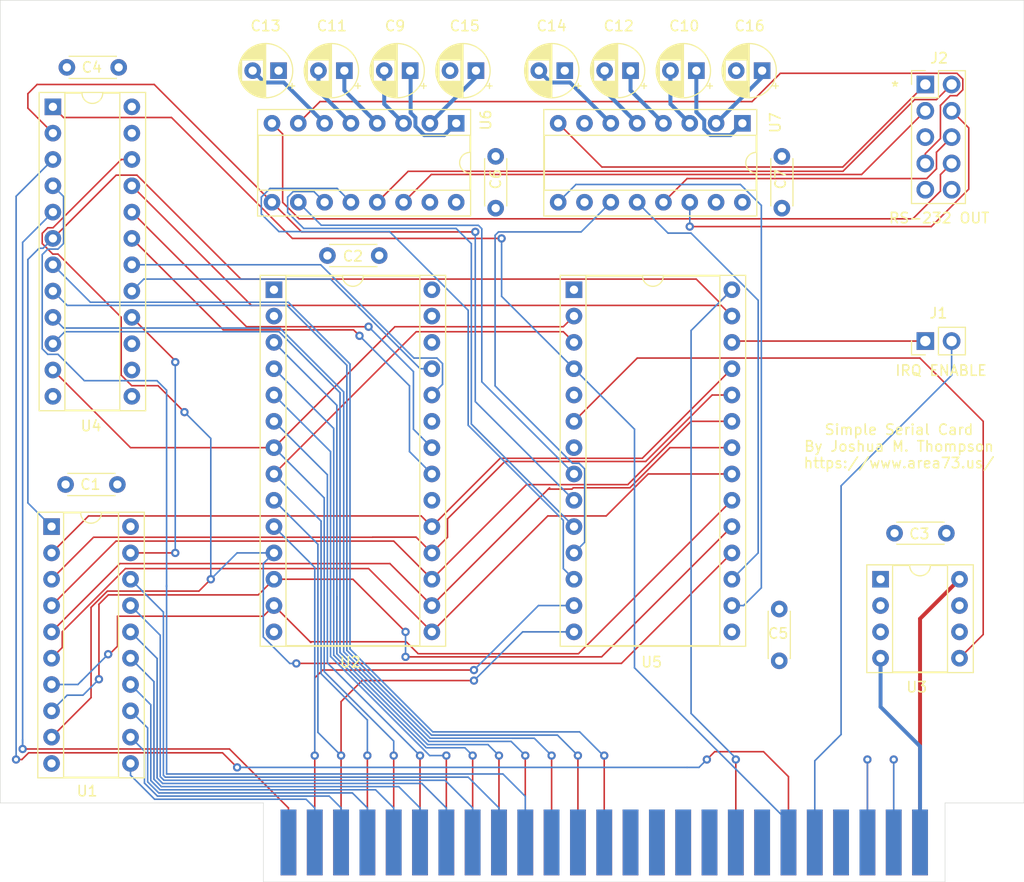
<source format=kicad_pcb>
(kicad_pcb (version 20171130) (host pcbnew 5.1.8-4.fc33)
  (layers (0 F.Cu signal) (1 In1.Cu power hide) (2 In2.Cu power hide) (31 B.Cu signal) (34 B.Paste user) (35 F.Paste user) (36 B.SilkS user) (37 F.SilkS user) (38 B.Mask user) (39 F.Mask user) (44 Edge.Cuts user))
  (net 0 "")
  (net 1 +5V)
  (net 2 GND)
  (net 3 "Net-(C9-Pad2)")
  (net 4 "Net-(C9-Pad1)")
  (net 5 "Net-(C10-Pad2)")
  (net 6 "Net-(C10-Pad1)")
  (net 7 "Net-(C11-Pad1)")
  (net 8 "Net-(C11-Pad2)")
  (net 9 "Net-(C12-Pad1)")
  (net 10 "Net-(C12-Pad2)")
  (net 11 "Net-(C13-Pad2)")
  (net 12 "Net-(C14-Pad2)")
  (net 13 "Net-(C15-Pad1)")
  (net 14 "Net-(C16-Pad1)")
  (net 15 "Net-(J1-Pad1)")
  (net 16 ~IRQ)
  (net 17 "Net-(J2-Pad1)")
  (net 18 "Net-(J2-Pad2)")
  (net 19 "Net-(J2-Pad3)")
  (net 20 "Net-(J2-Pad4)")
  (net 21 "Net-(J2-Pad6)")
  (net 22 "Net-(J2-Pad7)")
  (net 23 "Net-(J2-Pad8)")
  (net 24 "Net-(P1-Pad24)")
  (net 25 "Net-(P1-Pad23)")
  (net 26 ~IOSTRB)
  (net 27 R~W)
  (net 28 A11)
  (net 29 A10)
  (net 30 A9)
  (net 31 A8)
  (net 32 A7)
  (net 33 A6)
  (net 34 A5)
  (net 35 A4)
  (net 36 A3)
  (net 37 A2)
  (net 38 A1)
  (net 39 A0)
  (net 40 ~IOSEL)
  (net 41 ~RES)
  (net 42 ~DEVSEL)
  (net 43 D0)
  (net 44 D1)
  (net 45 D2)
  (net 46 D3)
  (net 47 D4)
  (net 48 D5)
  (net 49 D6)
  (net 50 D7)
  (net 51 ~LATCHCE)
  (net 52 ROMA10)
  (net 53 ~ROMOE)
  (net 54 ROMA9)
  (net 55 ROMA8)
  (net 56 SERCLK)
  (net 57 "Net-(U4-Pad2)")
  (net 58 "Net-(U5-Pad12)")
  (net 59 "Net-(U5-Pad11)")
  (net 60 "Net-(U5-Pad10)")
  (net 61 "Net-(U5-Pad8)")
  (net 62 "Net-(U5-Pad17)")
  (net 63 "Net-(U5-Pad16)")
  (net 64 PHI2)
  (net 65 MD7)
  (net 66 MD6)
  (net 67 MD5)
  (net 68 MD4)
  (net 69 MD3)
  (net 70 MD2)
  (net 71 MD1)
  (net 72 MD0)
  (module Package_DIP:DIP-24_W7.62mm_Socket (layer F.Cu) (at 106.68 52.197)
    (fp_text reference U4 (at 3.683 30.7975) (layer F.SilkS))
    (fp_text value SSCGLU hide)
    (pad 1 thru_hole rect (at 0 0) (size 1.6 1.6) (drill 0.8) (layers *.Cu *.Mask) (net 41 ~RES))
    (pad 13 thru_hole oval (at 7.62 27.94) (size 1.6 1.6) (drill 0.8) (layers *.Cu *.Mask))
    (pad 2 thru_hole oval (at 0 2.54) (size 1.6 1.6) (drill 0.8) (layers *.Cu *.Mask) (net 57 "Net-(U4-Pad2)"))
    (pad 14 thru_hole oval (at 7.62 25.4) (size 1.6 1.6) (drill 0.8) (layers *.Cu *.Mask))
    (pad 3 thru_hole oval (at 0 5.08) (size 1.6 1.6) (drill 0.8) (layers *.Cu *.Mask) (net 26 ~IOSTRB))
    (pad 15 thru_hole oval (at 7.62 22.86) (size 1.6 1.6) (drill 0.8) (layers *.Cu *.Mask))
    (pad 4 thru_hole oval (at 0 7.62) (size 1.6 1.6) (drill 0.8) (layers *.Cu *.Mask) (net 42 ~DEVSEL))
    (pad 16 thru_hole oval (at 7.62 20.32) (size 1.6 1.6) (drill 0.8) (layers *.Cu *.Mask) (net 51 ~LATCHCE))
    (pad 5 thru_hole oval (at 0 10.16) (size 1.6 1.6) (drill 0.8) (layers *.Cu *.Mask) (net 40 ~IOSEL))
    (pad 17 thru_hole oval (at 7.62 17.78) (size 1.6 1.6) (drill 0.8) (layers *.Cu *.Mask) (net 55 ROMA8))
    (pad 6 thru_hole oval (at 0 12.7) (size 1.6 1.6) (drill 0.8) (layers *.Cu *.Mask) (net 27 R~W))
    (pad 18 thru_hole oval (at 7.62 15.24) (size 1.6 1.6) (drill 0.8) (layers *.Cu *.Mask) (net 54 ROMA9))
    (pad 7 thru_hole oval (at 0 15.24) (size 1.6 1.6) (drill 0.8) (layers *.Cu *.Mask) (net 28 A11))
    (pad 19 thru_hole oval (at 7.62 12.7) (size 1.6 1.6) (drill 0.8) (layers *.Cu *.Mask) (net 52 ROMA10))
    (pad 8 thru_hole oval (at 0 17.78) (size 1.6 1.6) (drill 0.8) (layers *.Cu *.Mask) (net 29 A10))
    (pad 20 thru_hole oval (at 7.62 10.16) (size 1.6 1.6) (drill 0.8) (layers *.Cu *.Mask) (net 53 ~ROMOE))
    (pad 9 thru_hole oval (at 0 20.32) (size 1.6 1.6) (drill 0.8) (layers *.Cu *.Mask) (net 30 A9))
    (pad 21 thru_hole oval (at 7.62 7.62) (size 1.6 1.6) (drill 0.8) (layers *.Cu *.Mask) (net 64 PHI2))
    (pad 10 thru_hole oval (at 0 22.86) (size 1.6 1.6) (drill 0.8) (layers *.Cu *.Mask) (net 31 A8))
    (pad 22 thru_hole oval (at 7.62 5.08) (size 1.6 1.6) (drill 0.8) (layers *.Cu *.Mask) (net 43 D0))
    (pad 11 thru_hole oval (at 0 25.4) (size 1.6 1.6) (drill 0.8) (layers *.Cu *.Mask) (net 36 A3))
    (pad 23 thru_hole oval (at 7.62 2.54) (size 1.6 1.6) (drill 0.8) (layers *.Cu *.Mask))
    (pad 12 thru_hole oval (at 0 27.94) (size 1.6 1.6) (drill 0.8) (layers *.Cu *.Mask) (net 2 GND))
    (pad 24 thru_hole oval (at 7.62 0) (size 1.6 1.6) (drill 0.8) (layers *.Cu *.Mask) (net 1 +5V))
  )
  (module Capacitor_THT:CP_Radial_D5.0mm_P2.50mm (layer F.Cu) (at 128.4605 48.7045 180)
    (fp_text reference C13 (at 1.25 4.318) (layer F.SilkS))
    (fp_text value 1u hide)
    (pad 1 thru_hole rect (at 0 0 180) (size 1.6 1.6) (drill 0.8) (layers *.Cu *.Mask) (net 2 GND))
    (pad 2 thru_hole circle (at 2.5 0 180) (size 1.6 1.6) (drill 0.8) (layers *.Cu *.Mask) (net 11 "Net-(C13-Pad2)"))
  )
  (module Package_DIP:DIP-28_W15.24mm_Socket (layer F.Cu) (at 128.016 69.85)
    (fp_text reference U2 (at 7.366 35.941) (layer F.SilkS))
    (fp_text value 28C256 hide)
    (pad 1 thru_hole rect (at 0 0) (size 1.6 1.6) (drill 0.8) (layers *.Cu *.Mask) (net 2 GND))
    (pad 15 thru_hole oval (at 15.24 33.02) (size 1.6 1.6) (drill 0.8) (layers *.Cu *.Mask) (net 46 D3))
    (pad 2 thru_hole oval (at 0 2.54) (size 1.6 1.6) (drill 0.8) (layers *.Cu *.Mask) (net 2 GND))
    (pad 16 thru_hole oval (at 15.24 30.48) (size 1.6 1.6) (drill 0.8) (layers *.Cu *.Mask) (net 47 D4))
    (pad 3 thru_hole oval (at 0 5.08) (size 1.6 1.6) (drill 0.8) (layers *.Cu *.Mask) (net 32 A7))
    (pad 17 thru_hole oval (at 15.24 27.94) (size 1.6 1.6) (drill 0.8) (layers *.Cu *.Mask) (net 48 D5))
    (pad 4 thru_hole oval (at 0 7.62) (size 1.6 1.6) (drill 0.8) (layers *.Cu *.Mask) (net 33 A6))
    (pad 18 thru_hole oval (at 15.24 25.4) (size 1.6 1.6) (drill 0.8) (layers *.Cu *.Mask) (net 49 D6))
    (pad 5 thru_hole oval (at 0 10.16) (size 1.6 1.6) (drill 0.8) (layers *.Cu *.Mask) (net 34 A5))
    (pad 19 thru_hole oval (at 15.24 22.86) (size 1.6 1.6) (drill 0.8) (layers *.Cu *.Mask) (net 50 D7))
    (pad 6 thru_hole oval (at 0 12.7) (size 1.6 1.6) (drill 0.8) (layers *.Cu *.Mask) (net 35 A4))
    (pad 20 thru_hole oval (at 15.24 20.32) (size 1.6 1.6) (drill 0.8) (layers *.Cu *.Mask) (net 2 GND))
    (pad 7 thru_hole oval (at 0 15.24) (size 1.6 1.6) (drill 0.8) (layers *.Cu *.Mask) (net 36 A3))
    (pad 21 thru_hole oval (at 15.24 17.78) (size 1.6 1.6) (drill 0.8) (layers *.Cu *.Mask) (net 52 ROMA10))
    (pad 8 thru_hole oval (at 0 17.78) (size 1.6 1.6) (drill 0.8) (layers *.Cu *.Mask) (net 37 A2))
    (pad 22 thru_hole oval (at 15.24 15.24) (size 1.6 1.6) (drill 0.8) (layers *.Cu *.Mask) (net 53 ~ROMOE))
    (pad 9 thru_hole oval (at 0 20.32) (size 1.6 1.6) (drill 0.8) (layers *.Cu *.Mask) (net 38 A1))
    (pad 23 thru_hole oval (at 15.24 12.7) (size 1.6 1.6) (drill 0.8) (layers *.Cu *.Mask) (net 2 GND))
    (pad 10 thru_hole oval (at 0 22.86) (size 1.6 1.6) (drill 0.8) (layers *.Cu *.Mask) (net 39 A0))
    (pad 24 thru_hole oval (at 15.24 10.16) (size 1.6 1.6) (drill 0.8) (layers *.Cu *.Mask) (net 54 ROMA9))
    (pad 11 thru_hole oval (at 0 25.4) (size 1.6 1.6) (drill 0.8) (layers *.Cu *.Mask) (net 43 D0))
    (pad 25 thru_hole oval (at 15.24 7.62) (size 1.6 1.6) (drill 0.8) (layers *.Cu *.Mask) (net 55 ROMA8))
    (pad 12 thru_hole oval (at 0 27.94) (size 1.6 1.6) (drill 0.8) (layers *.Cu *.Mask) (net 44 D1))
    (pad 26 thru_hole oval (at 15.24 5.08) (size 1.6 1.6) (drill 0.8) (layers *.Cu *.Mask) (net 2 GND))
    (pad 13 thru_hole oval (at 0 30.48) (size 1.6 1.6) (drill 0.8) (layers *.Cu *.Mask) (net 45 D2))
    (pad 27 thru_hole oval (at 15.24 2.54) (size 1.6 1.6) (drill 0.8) (layers *.Cu *.Mask) (net 1 +5V))
    (pad 14 thru_hole oval (at 0 33.02) (size 1.6 1.6) (drill 0.8) (layers *.Cu *.Mask) (net 2 GND))
    (pad 28 thru_hole oval (at 15.24 0) (size 1.6 1.6) (drill 0.8) (layers *.Cu *.Mask) (net 1 +5V))
  )
  (module Capacitor_THT:C_Disc_D4.3mm_W1.9mm_P5.00mm (layer F.Cu) (at 112.903 88.646 180)
    (fp_text reference C1 (at 2.6035 0) (layer F.SilkS))
    (fp_text value 0.1u hide)
    (pad 1 thru_hole circle (at 0 0 180) (size 1.6 1.6) (drill 0.8) (layers *.Cu *.Mask) (net 1 +5V))
    (pad 2 thru_hole circle (at 5 0 180) (size 1.6 1.6) (drill 0.8) (layers *.Cu *.Mask) (net 2 GND))
  )
  (module Capacitor_THT:C_Disc_D4.3mm_W1.9mm_P5.00mm (layer F.Cu) (at 113.03 48.387 180)
    (fp_text reference C4 (at 2.5908 0) (layer F.SilkS))
    (fp_text value 0.1u hide)
    (pad 2 thru_hole circle (at 5 0 180) (size 1.6 1.6) (drill 0.8) (layers *.Cu *.Mask) (net 2 GND))
    (pad 1 thru_hole circle (at 0 0 180) (size 1.6 1.6) (drill 0.8) (layers *.Cu *.Mask) (net 1 +5V))
  )
  (module Connector_PinHeader_2.54mm:PinHeader_1x02_P2.54mm_Vertical (layer F.Cu) (at 190.881 74.803 90)
    (fp_text reference J1 (at 2.6924 1.27 180) (layer F.SilkS))
    (fp_text value "IRQ ENABLE" (at -2.8448 1.524) (layer F.SilkS))
    (pad 1 thru_hole rect (at 0 0 90) (size 1.7 1.7) (drill 1) (layers *.Cu *.Mask) (net 15 "Net-(J1-Pad1)"))
    (pad 2 thru_hole oval (at 0 2.54 90) (size 1.7 1.7) (drill 1) (layers *.Cu *.Mask) (net 16 ~IRQ))
  )
  (module Connector_PinHeader_2.54mm:PinHeader_2x05_P2.54mm_Vertical (layer F.Cu) (at 190.881 50.038)
    (fp_text reference J2 (at 1.3335 -2.54) (layer F.SilkS))
    (fp_text value "RS-232 OUT" (at 1.3335 12.8905) (layer F.SilkS))
    (pad 1 thru_hole rect (at 0 0) (size 1.7 1.7) (drill 1) (layers *.Cu *.Mask) (net 17 "Net-(J2-Pad1)"))
    (pad 2 thru_hole oval (at 2.54 0) (size 1.7 1.7) (drill 1) (layers *.Cu *.Mask) (net 18 "Net-(J2-Pad2)"))
    (pad 3 thru_hole oval (at 0 2.54) (size 1.7 1.7) (drill 1) (layers *.Cu *.Mask) (net 19 "Net-(J2-Pad3)"))
    (pad 4 thru_hole oval (at 2.54 2.54) (size 1.7 1.7) (drill 1) (layers *.Cu *.Mask) (net 20 "Net-(J2-Pad4)"))
    (pad 5 thru_hole oval (at 0 5.08) (size 1.7 1.7) (drill 1) (layers *.Cu *.Mask) (net 2 GND))
    (pad 6 thru_hole oval (at 2.54 5.08) (size 1.7 1.7) (drill 1) (layers *.Cu *.Mask) (net 21 "Net-(J2-Pad6)"))
    (pad 7 thru_hole oval (at 0 7.62) (size 1.7 1.7) (drill 1) (layers *.Cu *.Mask) (net 22 "Net-(J2-Pad7)"))
    (pad 8 thru_hole oval (at 2.54 7.62) (size 1.7 1.7) (drill 1) (layers *.Cu *.Mask) (net 23 "Net-(J2-Pad8)"))
    (pad 9 thru_hole oval (at 0 10.16) (size 1.7 1.7) (drill 1) (layers *.Cu *.Mask))
    (pad 10 thru_hole oval (at 2.54 10.16) (size 1.7 1.7) (drill 1) (layers *.Cu *.Mask))
  )
  (module Apple2-Bus:Male_Card-Edge_50_pin__100_mil (layer F.Cu) (at 159.893 123.19)
    (fp_text reference P1 hide)
    (fp_text value A2Bus hide)
    (pad 25 smd rect (at 30.48 0 270) (size 6.35 1.524) (layers F.Cu F.Mask) (net 1 +5V) (clearance 0.254))
    (pad 24 smd rect (at 27.94 0 270) (size 6.35 1.524) (layers F.Cu F.Mask) (net 24 "Net-(P1-Pad24)") (clearance 0.254))
    (pad 23 smd rect (at 25.4 0 270) (size 6.35 1.524) (layers F.Cu F.Mask) (net 25 "Net-(P1-Pad23)") (clearance 0.254))
    (pad 22 smd rect (at 22.86 0 270) (size 6.35 1.524) (layers F.Cu F.Mask) (clearance 0.254))
    (pad 21 smd rect (at 20.32 0 270) (size 6.35 1.524) (layers F.Cu F.Mask) (clearance 0.254))
    (pad 20 smd rect (at 17.78 0 270) (size 6.35 1.524) (layers F.Cu F.Mask) (net 26 ~IOSTRB) (clearance 0.254))
    (pad 19 smd rect (at 15.24 0 270) (size 6.35 1.524) (layers F.Cu F.Mask) (clearance 0.254))
    (pad 18 smd rect (at 12.7 0 270) (size 6.35 1.524) (layers F.Cu F.Mask) (net 27 R~W) (clearance 0.254))
    (pad 17 smd rect (at 10.16 0 270) (size 6.35 1.524) (layers F.Cu F.Mask) (clearance 0.254))
    (pad 16 smd rect (at 7.62 0 270) (size 6.35 1.524) (layers F.Cu F.Mask) (clearance 0.254))
    (pad 15 smd rect (at 5.08 0 270) (size 6.35 1.524) (layers F.Cu F.Mask) (clearance 0.254))
    (pad 14 smd rect (at 2.54 0 270) (size 6.35 1.524) (layers F.Cu F.Mask) (clearance 0.254))
    (pad 13 smd rect (at 0 0 270) (size 6.35 1.524) (layers F.Cu F.Mask) (net 28 A11) (clearance 0.254))
    (pad 12 smd rect (at -2.54 0 270) (size 6.35 1.524) (layers F.Cu F.Mask) (net 29 A10) (clearance 0.254))
    (pad 11 smd rect (at -5.08 0 270) (size 6.35 1.524) (layers F.Cu F.Mask) (net 30 A9) (clearance 0.254))
    (pad 10 smd rect (at -7.62 0 270) (size 6.35 1.524) (layers F.Cu F.Mask) (net 31 A8) (clearance 0.254))
    (pad 9 smd rect (at -10.16 0 270) (size 6.35 1.524) (layers F.Cu F.Mask) (net 32 A7) (clearance 0.254))
    (pad 8 smd rect (at -12.7 0 270) (size 6.35 1.524) (layers F.Cu F.Mask) (net 33 A6) (clearance 0.254))
    (pad 7 smd rect (at -15.24 0 270) (size 6.35 1.524) (layers F.Cu F.Mask) (net 34 A5) (clearance 0.254))
    (pad 6 smd rect (at -17.78 0 270) (size 6.35 1.524) (layers F.Cu F.Mask) (net 35 A4) (clearance 0.254))
    (pad 5 smd rect (at -20.32 0 270) (size 6.35 1.524) (layers F.Cu F.Mask) (net 36 A3) (clearance 0.254))
    (pad 4 smd rect (at -22.86 0 270) (size 6.35 1.524) (layers F.Cu F.Mask) (net 37 A2) (clearance 0.254))
    (pad 3 smd rect (at -25.4 0 270) (size 6.35 1.524) (layers F.Cu F.Mask) (net 38 A1) (clearance 0.254))
    (pad 2 smd rect (at -27.94 0 270) (size 6.35 1.524) (layers F.Cu F.Mask) (net 39 A0) (clearance 0.254))
    (pad 1 smd rect (at -30.48 0 270) (size 6.35 1.524) (layers F.Cu F.Mask) (net 40 ~IOSEL) (clearance 0.254))
    (pad 26 smd rect (at 30.48 0 270) (size 6.35 1.524) (layers B.Cu B.Mask) (net 2 GND) (clearance 0.254))
    (pad 27 smd rect (at 27.94 0 270) (size 6.35 1.524) (layers B.Cu B.Mask) (net 24 "Net-(P1-Pad24)") (clearance 0.254))
    (pad 28 smd rect (at 25.4 0 270) (size 6.35 1.524) (layers B.Cu B.Mask) (net 25 "Net-(P1-Pad23)") (clearance 0.254))
    (pad 29 smd rect (at 22.86 0 270) (size 6.35 1.524) (layers B.Cu B.Mask) (clearance 0.254))
    (pad 30 smd rect (at 20.32 0 270) (size 6.35 1.524) (layers B.Cu B.Mask) (net 16 ~IRQ) (clearance 0.254))
    (pad 31 smd rect (at 17.78 0 270) (size 6.35 1.524) (layers B.Cu B.Mask) (net 41 ~RES) (clearance 0.254))
    (pad 32 smd rect (at 15.24 0 270) (size 6.35 1.524) (layers B.Cu B.Mask) (clearance 0.254))
    (pad 33 smd rect (at 12.7 0 270) (size 6.35 1.524) (layers B.Cu B.Mask) (clearance 0.254))
    (pad 34 smd rect (at 10.16 0 270) (size 6.35 1.524) (layers B.Cu B.Mask) (clearance 0.254))
    (pad 35 smd rect (at 7.62 0 270) (size 6.35 1.524) (layers B.Cu B.Mask) (clearance 0.254))
    (pad 36 smd rect (at 5.08 0 270) (size 6.35 1.524) (layers B.Cu B.Mask) (clearance 0.254))
    (pad 37 smd rect (at 2.54 0 270) (size 6.35 1.524) (layers B.Cu B.Mask) (clearance 0.254))
    (pad 38 smd rect (at 0 0 270) (size 6.35 1.524) (layers B.Cu B.Mask) (clearance 0.254))
    (pad 39 smd rect (at -2.54 0 270) (size 6.35 1.524) (layers B.Cu B.Mask) (clearance 0.254))
    (pad 40 smd rect (at -5.08 0 270) (size 6.35 1.524) (layers B.Cu B.Mask) (clearance 0.254))
    (pad 41 smd rect (at -7.62 0 270) (size 6.35 1.524) (layers B.Cu B.Mask) (net 42 ~DEVSEL) (clearance 0.254))
    (pad 42 smd rect (at -10.16 0 270) (size 6.35 1.524) (layers B.Cu B.Mask) (net 65 MD7) (clearance 0.254))
    (pad 43 smd rect (at -12.7 0 270) (size 6.35 1.524) (layers B.Cu B.Mask) (net 66 MD6) (clearance 0.254))
    (pad 44 smd rect (at -15.24 0 270) (size 6.35 1.524) (layers B.Cu B.Mask) (net 67 MD5) (clearance 0.254))
    (pad 45 smd rect (at -17.78 0 270) (size 6.35 1.524) (layers B.Cu B.Mask) (net 68 MD4) (clearance 0.254))
    (pad 46 smd rect (at -20.32 0 270) (size 6.35 1.524) (layers B.Cu B.Mask) (net 69 MD3) (clearance 0.254))
    (pad 47 smd rect (at -22.86 0 270) (size 6.35 1.524) (layers B.Cu B.Mask) (net 70 MD2) (clearance 0.254))
    (pad 48 smd rect (at -25.4 0 270) (size 6.35 1.524) (layers B.Cu B.Mask) (net 71 MD1) (clearance 0.254))
    (pad 49 smd rect (at -27.94 0 270) (size 6.35 1.524) (layers B.Cu B.Mask) (net 72 MD0) (clearance 0.254))
    (pad 50 smd rect (at -30.48 0 270) (size 6.35 1.524) (layers B.Cu B.Mask) (clearance 0.254))
  )
  (module Package_DIP:DIP-20_W7.62mm_Socket (layer F.Cu) (at 106.553 92.71)
    (fp_text reference U1 (at 3.429 25.527) (layer F.SilkS))
    (fp_text value 74HCT245 hide)
    (pad 1 thru_hole rect (at 0 0) (size 1.6 1.6) (drill 0.8) (layers *.Cu *.Mask) (net 27 R~W))
    (pad 11 thru_hole oval (at 7.62 22.86) (size 1.6 1.6) (drill 0.8) (layers *.Cu *.Mask) (net 72 MD0))
    (pad 2 thru_hole oval (at 0 2.54) (size 1.6 1.6) (drill 0.8) (layers *.Cu *.Mask) (net 50 D7))
    (pad 12 thru_hole oval (at 7.62 20.32) (size 1.6 1.6) (drill 0.8) (layers *.Cu *.Mask) (net 71 MD1))
    (pad 3 thru_hole oval (at 0 5.08) (size 1.6 1.6) (drill 0.8) (layers *.Cu *.Mask) (net 49 D6))
    (pad 13 thru_hole oval (at 7.62 17.78) (size 1.6 1.6) (drill 0.8) (layers *.Cu *.Mask) (net 70 MD2))
    (pad 4 thru_hole oval (at 0 7.62) (size 1.6 1.6) (drill 0.8) (layers *.Cu *.Mask) (net 48 D5))
    (pad 14 thru_hole oval (at 7.62 15.24) (size 1.6 1.6) (drill 0.8) (layers *.Cu *.Mask) (net 69 MD3))
    (pad 5 thru_hole oval (at 0 10.16) (size 1.6 1.6) (drill 0.8) (layers *.Cu *.Mask) (net 47 D4))
    (pad 15 thru_hole oval (at 7.62 12.7) (size 1.6 1.6) (drill 0.8) (layers *.Cu *.Mask) (net 68 MD4))
    (pad 6 thru_hole oval (at 0 12.7) (size 1.6 1.6) (drill 0.8) (layers *.Cu *.Mask) (net 46 D3))
    (pad 16 thru_hole oval (at 7.62 10.16) (size 1.6 1.6) (drill 0.8) (layers *.Cu *.Mask) (net 67 MD5))
    (pad 7 thru_hole oval (at 0 15.24) (size 1.6 1.6) (drill 0.8) (layers *.Cu *.Mask) (net 45 D2))
    (pad 17 thru_hole oval (at 7.62 7.62) (size 1.6 1.6) (drill 0.8) (layers *.Cu *.Mask) (net 66 MD6))
    (pad 8 thru_hole oval (at 0 17.78) (size 1.6 1.6) (drill 0.8) (layers *.Cu *.Mask) (net 44 D1))
    (pad 18 thru_hole oval (at 7.62 5.08) (size 1.6 1.6) (drill 0.8) (layers *.Cu *.Mask) (net 65 MD7))
    (pad 9 thru_hole oval (at 0 20.32) (size 1.6 1.6) (drill 0.8) (layers *.Cu *.Mask) (net 43 D0))
    (pad 19 thru_hole oval (at 7.62 2.54) (size 1.6 1.6) (drill 0.8) (layers *.Cu *.Mask) (net 51 ~LATCHCE))
    (pad 10 thru_hole oval (at 0 22.86) (size 1.6 1.6) (drill 0.8) (layers *.Cu *.Mask) (net 2 GND))
    (pad 20 thru_hole oval (at 7.62 0) (size 1.6 1.6) (drill 0.8) (layers *.Cu *.Mask) (net 1 +5V))
  )
  (module Package_DIP:DIP-8_W7.62mm_Socket (layer F.Cu) (at 186.563 97.79)
    (fp_text reference U3 (at 3.4925 10.414) (layer F.SilkS))
    (fp_text value 1.8432M hide)
    (pad 1 thru_hole rect (at 0 0) (size 1.6 1.6) (drill 0.8) (layers *.Cu *.Mask))
    (pad 5 thru_hole oval (at 7.62 7.62) (size 1.6 1.6) (drill 0.8) (layers *.Cu *.Mask) (net 56 SERCLK))
    (pad 2 thru_hole oval (at 0 2.54) (size 1.6 1.6) (drill 0.8) (layers *.Cu *.Mask))
    (pad 6 thru_hole oval (at 7.62 5.08) (size 1.6 1.6) (drill 0.8) (layers *.Cu *.Mask))
    (pad 3 thru_hole oval (at 0 5.08) (size 1.6 1.6) (drill 0.8) (layers *.Cu *.Mask))
    (pad 7 thru_hole oval (at 7.62 2.54) (size 1.6 1.6) (drill 0.8) (layers *.Cu *.Mask))
    (pad 4 thru_hole oval (at 0 7.62) (size 1.6 1.6) (drill 0.8) (layers *.Cu *.Mask) (net 2 GND))
    (pad 8 thru_hole oval (at 7.62 0) (size 1.6 1.6) (drill 0.8) (layers *.Cu *.Mask) (net 1 +5V))
  )
  (module Package_DIP:DIP-28_W15.24mm_Socket (layer F.Cu) (at 156.972 69.85)
    (fp_text reference U5 (at 7.493 35.941) (layer F.SilkS))
    (fp_text value W65C51NxP hide)
    (pad 28 thru_hole oval (at 15.24 0) (size 1.6 1.6) (drill 0.8) (layers *.Cu *.Mask) (net 27 R~W))
    (pad 14 thru_hole oval (at 0 33.02) (size 1.6 1.6) (drill 0.8) (layers *.Cu *.Mask) (net 38 A1))
    (pad 27 thru_hole oval (at 15.24 2.54) (size 1.6 1.6) (drill 0.8) (layers *.Cu *.Mask) (net 64 PHI2))
    (pad 13 thru_hole oval (at 0 30.48) (size 1.6 1.6) (drill 0.8) (layers *.Cu *.Mask) (net 39 A0))
    (pad 26 thru_hole oval (at 15.24 5.08) (size 1.6 1.6) (drill 0.8) (layers *.Cu *.Mask) (net 15 "Net-(J1-Pad1)"))
    (pad 12 thru_hole oval (at 0 27.94) (size 1.6 1.6) (drill 0.8) (layers *.Cu *.Mask) (net 58 "Net-(U5-Pad12)"))
    (pad 25 thru_hole oval (at 15.24 7.62) (size 1.6 1.6) (drill 0.8) (layers *.Cu *.Mask) (net 50 D7))
    (pad 11 thru_hole oval (at 0 25.4) (size 1.6 1.6) (drill 0.8) (layers *.Cu *.Mask) (net 59 "Net-(U5-Pad11)"))
    (pad 24 thru_hole oval (at 15.24 10.16) (size 1.6 1.6) (drill 0.8) (layers *.Cu *.Mask) (net 49 D6))
    (pad 10 thru_hole oval (at 0 22.86) (size 1.6 1.6) (drill 0.8) (layers *.Cu *.Mask) (net 60 "Net-(U5-Pad10)"))
    (pad 23 thru_hole oval (at 15.24 12.7) (size 1.6 1.6) (drill 0.8) (layers *.Cu *.Mask) (net 48 D5))
    (pad 9 thru_hole oval (at 0 20.32) (size 1.6 1.6) (drill 0.8) (layers *.Cu *.Mask) (net 57 "Net-(U4-Pad2)"))
    (pad 22 thru_hole oval (at 15.24 15.24) (size 1.6 1.6) (drill 0.8) (layers *.Cu *.Mask) (net 47 D4))
    (pad 8 thru_hole oval (at 0 17.78) (size 1.6 1.6) (drill 0.8) (layers *.Cu *.Mask) (net 61 "Net-(U5-Pad8)"))
    (pad 21 thru_hole oval (at 15.24 17.78) (size 1.6 1.6) (drill 0.8) (layers *.Cu *.Mask) (net 46 D3))
    (pad 7 thru_hole oval (at 0 15.24) (size 1.6 1.6) (drill 0.8) (layers *.Cu *.Mask))
    (pad 20 thru_hole oval (at 15.24 20.32) (size 1.6 1.6) (drill 0.8) (layers *.Cu *.Mask) (net 45 D2))
    (pad 6 thru_hole oval (at 0 12.7) (size 1.6 1.6) (drill 0.8) (layers *.Cu *.Mask) (net 56 SERCLK))
    (pad 19 thru_hole oval (at 15.24 22.86) (size 1.6 1.6) (drill 0.8) (layers *.Cu *.Mask) (net 44 D1))
    (pad 5 thru_hole oval (at 0 10.16) (size 1.6 1.6) (drill 0.8) (layers *.Cu *.Mask))
    (pad 18 thru_hole oval (at 15.24 25.4) (size 1.6 1.6) (drill 0.8) (layers *.Cu *.Mask) (net 43 D0))
    (pad 4 thru_hole oval (at 0 7.62) (size 1.6 1.6) (drill 0.8) (layers *.Cu *.Mask) (net 41 ~RES))
    (pad 17 thru_hole oval (at 15.24 27.94) (size 1.6 1.6) (drill 0.8) (layers *.Cu *.Mask) (net 62 "Net-(U5-Pad17)"))
    (pad 3 thru_hole oval (at 0 5.08) (size 1.6 1.6) (drill 0.8) (layers *.Cu *.Mask) (net 37 A2))
    (pad 16 thru_hole oval (at 15.24 30.48) (size 1.6 1.6) (drill 0.8) (layers *.Cu *.Mask) (net 63 "Net-(U5-Pad16)"))
    (pad 2 thru_hole oval (at 0 2.54) (size 1.6 1.6) (drill 0.8) (layers *.Cu *.Mask) (net 36 A3))
    (pad 15 thru_hole oval (at 15.24 33.02) (size 1.6 1.6) (drill 0.8) (layers *.Cu *.Mask) (net 1 +5V))
    (pad 1 thru_hole rect (at 0 0) (size 1.6 1.6) (drill 0.8) (layers *.Cu *.Mask) (net 2 GND))
  )
  (module Package_DIP:DIP-16_W7.62mm_Socket (layer F.Cu) (at 145.6055 53.7845 270)
    (fp_text reference U6 (at -0.3175 -2.8575 90) (layer F.SilkS))
    (fp_text value MAX3232 hide)
    (pad 1 thru_hole rect (at 0 0 270) (size 1.6 1.6) (drill 0.8) (layers *.Cu *.Mask) (net 4 "Net-(C9-Pad1)"))
    (pad 9 thru_hole oval (at 7.62 17.78 270) (size 1.6 1.6) (drill 0.8) (layers *.Cu *.Mask) (net 57 "Net-(U4-Pad2)"))
    (pad 2 thru_hole oval (at 0 2.54 270) (size 1.6 1.6) (drill 0.8) (layers *.Cu *.Mask) (net 13 "Net-(C15-Pad1)"))
    (pad 10 thru_hole oval (at 7.62 15.24 270) (size 1.6 1.6) (drill 0.8) (layers *.Cu *.Mask) (net 61 "Net-(U5-Pad8)"))
    (pad 3 thru_hole oval (at 0 5.08 270) (size 1.6 1.6) (drill 0.8) (layers *.Cu *.Mask) (net 3 "Net-(C9-Pad2)"))
    (pad 11 thru_hole oval (at 7.62 12.7 270) (size 1.6 1.6) (drill 0.8) (layers *.Cu *.Mask) (net 60 "Net-(U5-Pad10)"))
    (pad 4 thru_hole oval (at 0 7.62 270) (size 1.6 1.6) (drill 0.8) (layers *.Cu *.Mask) (net 7 "Net-(C11-Pad1)"))
    (pad 12 thru_hole oval (at 7.62 10.16 270) (size 1.6 1.6) (drill 0.8) (layers *.Cu *.Mask) (net 58 "Net-(U5-Pad12)"))
    (pad 5 thru_hole oval (at 0 10.16 270) (size 1.6 1.6) (drill 0.8) (layers *.Cu *.Mask) (net 8 "Net-(C11-Pad2)"))
    (pad 13 thru_hole oval (at 7.62 7.62 270) (size 1.6 1.6) (drill 0.8) (layers *.Cu *.Mask) (net 18 "Net-(J2-Pad2)"))
    (pad 6 thru_hole oval (at 0 12.7 270) (size 1.6 1.6) (drill 0.8) (layers *.Cu *.Mask) (net 11 "Net-(C13-Pad2)"))
    (pad 14 thru_hole oval (at 7.62 5.08 270) (size 1.6 1.6) (drill 0.8) (layers *.Cu *.Mask) (net 19 "Net-(J2-Pad3)"))
    (pad 7 thru_hole oval (at 0 15.24 270) (size 1.6 1.6) (drill 0.8) (layers *.Cu *.Mask) (net 22 "Net-(J2-Pad7)"))
    (pad 15 thru_hole oval (at 7.62 2.54 270) (size 1.6 1.6) (drill 0.8) (layers *.Cu *.Mask) (net 2 GND))
    (pad 8 thru_hole oval (at 0 17.78 270) (size 1.6 1.6) (drill 0.8) (layers *.Cu *.Mask) (net 23 "Net-(J2-Pad8)"))
    (pad 16 thru_hole oval (at 7.62 0 270) (size 1.6 1.6) (drill 0.8) (layers *.Cu *.Mask) (net 1 +5V))
  )
  (module Package_DIP:DIP-16_W7.62mm_Socket (layer F.Cu) (at 173.228 53.7845 270)
    (fp_text reference U7 (at -0.0635 -3.175 90) (layer F.SilkS))
    (fp_text value MAX3232 hide)
    (pad 16 thru_hole oval (at 7.62 0 270) (size 1.6 1.6) (drill 0.8) (layers *.Cu *.Mask) (net 1 +5V))
    (pad 8 thru_hole oval (at 0 17.78 270) (size 1.6 1.6) (drill 0.8) (layers *.Cu *.Mask) (net 17 "Net-(J2-Pad1)"))
    (pad 15 thru_hole oval (at 7.62 2.54 270) (size 1.6 1.6) (drill 0.8) (layers *.Cu *.Mask) (net 2 GND))
    (pad 7 thru_hole oval (at 0 15.24 270) (size 1.6 1.6) (drill 0.8) (layers *.Cu *.Mask))
    (pad 14 thru_hole oval (at 7.62 5.08 270) (size 1.6 1.6) (drill 0.8) (layers *.Cu *.Mask) (net 20 "Net-(J2-Pad4)"))
    (pad 6 thru_hole oval (at 0 12.7 270) (size 1.6 1.6) (drill 0.8) (layers *.Cu *.Mask) (net 12 "Net-(C14-Pad2)"))
    (pad 13 thru_hole oval (at 7.62 7.62 270) (size 1.6 1.6) (drill 0.8) (layers *.Cu *.Mask) (net 21 "Net-(J2-Pad6)"))
    (pad 5 thru_hole oval (at 0 10.16 270) (size 1.6 1.6) (drill 0.8) (layers *.Cu *.Mask) (net 10 "Net-(C12-Pad2)"))
    (pad 12 thru_hole oval (at 7.62 10.16 270) (size 1.6 1.6) (drill 0.8) (layers *.Cu *.Mask) (net 62 "Net-(U5-Pad17)"))
    (pad 4 thru_hole oval (at 0 7.62 270) (size 1.6 1.6) (drill 0.8) (layers *.Cu *.Mask) (net 9 "Net-(C12-Pad1)"))
    (pad 11 thru_hole oval (at 7.62 12.7 270) (size 1.6 1.6) (drill 0.8) (layers *.Cu *.Mask) (net 59 "Net-(U5-Pad11)"))
    (pad 3 thru_hole oval (at 0 5.08 270) (size 1.6 1.6) (drill 0.8) (layers *.Cu *.Mask) (net 5 "Net-(C10-Pad2)"))
    (pad 10 thru_hole oval (at 7.62 15.24 270) (size 1.6 1.6) (drill 0.8) (layers *.Cu *.Mask) (net 2 GND))
    (pad 2 thru_hole oval (at 0 2.54 270) (size 1.6 1.6) (drill 0.8) (layers *.Cu *.Mask) (net 14 "Net-(C16-Pad1)"))
    (pad 9 thru_hole oval (at 7.62 17.78 270) (size 1.6 1.6) (drill 0.8) (layers *.Cu *.Mask) (net 63 "Net-(U5-Pad16)"))
    (pad 1 thru_hole rect (at 0 0 270) (size 1.6 1.6) (drill 0.8) (layers *.Cu *.Mask) (net 6 "Net-(C10-Pad1)"))
  )
  (module Capacitor_THT:C_Disc_D4.3mm_W1.9mm_P5.00mm (layer F.Cu) (at 138.176 66.548 180)
    (fp_text reference C2 (at 2.54 -0.0635) (layer F.SilkS))
    (fp_text value 0.1u hide)
    (pad 2 thru_hole circle (at 5 0 180) (size 1.6 1.6) (drill 0.8) (layers *.Cu *.Mask) (net 2 GND))
    (pad 1 thru_hole circle (at 0 0 180) (size 1.6 1.6) (drill 0.8) (layers *.Cu *.Mask) (net 1 +5V))
  )
  (module Capacitor_THT:C_Disc_D4.3mm_W1.9mm_P5.00mm (layer F.Cu) (at 192.913 93.345 180)
    (fp_text reference C3 (at 2.6035 -0.0635 180) (layer F.SilkS))
    (fp_text value 0.1u hide)
    (pad 1 thru_hole circle (at 0 0 180) (size 1.6 1.6) (drill 0.8) (layers *.Cu *.Mask) (net 1 +5V))
    (pad 2 thru_hole circle (at 5 0 180) (size 1.6 1.6) (drill 0.8) (layers *.Cu *.Mask) (net 2 GND))
  )
  (module Capacitor_THT:C_Disc_D4.3mm_W1.9mm_P5.00mm (layer F.Cu) (at 176.784 105.664 90)
    (fp_text reference C5 (at 2.6416 -0.1016 180) (layer F.SilkS))
    (fp_text value 0.1u hide)
    (pad 2 thru_hole circle (at 5 0 90) (size 1.6 1.6) (drill 0.8) (layers *.Cu *.Mask) (net 2 GND))
    (pad 1 thru_hole circle (at 0 0 90) (size 1.6 1.6) (drill 0.8) (layers *.Cu *.Mask) (net 1 +5V))
  )
  (module Capacitor_THT:C_Disc_D4.3mm_W1.9mm_P5.00mm (layer F.Cu) (at 149.4155 61.976 90)
    (fp_text reference C6 (at 2.794 0 90) (layer F.SilkS))
    (fp_text value 0.1u hide)
    (pad 1 thru_hole circle (at 0 0 90) (size 1.6 1.6) (drill 0.8) (layers *.Cu *.Mask) (net 1 +5V))
    (pad 2 thru_hole circle (at 5 0 90) (size 1.6 1.6) (drill 0.8) (layers *.Cu *.Mask) (net 2 GND))
  )
  (module Capacitor_THT:C_Disc_D4.3mm_W1.9mm_P5.00mm (layer F.Cu) (at 177.038 61.976 90)
    (fp_text reference C7 (at 2.794 -0.127 90) (layer F.SilkS))
    (fp_text value 0.1u hide)
    (pad 1 thru_hole circle (at 0 0 90) (size 1.6 1.6) (drill 0.8) (layers *.Cu *.Mask) (net 1 +5V))
    (pad 2 thru_hole circle (at 5 0 90) (size 1.6 1.6) (drill 0.8) (layers *.Cu *.Mask) (net 2 GND))
  )
  (module Capacitor_THT:CP_Radial_D5.0mm_P2.50mm (layer F.Cu) (at 141.1605 48.7045 180)
    (fp_text reference C9 (at 1.4605 4.318) (layer F.SilkS))
    (fp_text value 1u hide)
    (pad 2 thru_hole circle (at 2.5 0 180) (size 1.6 1.6) (drill 0.8) (layers *.Cu *.Mask) (net 3 "Net-(C9-Pad2)"))
    (pad 1 thru_hole rect (at 0 0 180) (size 1.6 1.6) (drill 0.8) (layers *.Cu *.Mask) (net 4 "Net-(C9-Pad1)"))
  )
  (module Capacitor_THT:CP_Radial_D5.0mm_P2.50mm (layer F.Cu) (at 168.783 48.7045 180)
    (fp_text reference C10 (at 1.1665 4.318) (layer F.SilkS))
    (fp_text value 1u hide)
    (pad 2 thru_hole circle (at 2.5 0 180) (size 1.6 1.6) (drill 0.8) (layers *.Cu *.Mask) (net 5 "Net-(C10-Pad2)"))
    (pad 1 thru_hole rect (at 0 0 180) (size 1.6 1.6) (drill 0.8) (layers *.Cu *.Mask) (net 6 "Net-(C10-Pad1)"))
  )
  (module Capacitor_THT:CP_Radial_D5.0mm_P2.50mm (layer F.Cu) (at 134.8105 48.7045 180)
    (fp_text reference C11 (at 1.2065 4.318) (layer F.SilkS))
    (fp_text value 1u hide)
    (pad 1 thru_hole rect (at 0 0 180) (size 1.6 1.6) (drill 0.8) (layers *.Cu *.Mask) (net 7 "Net-(C11-Pad1)"))
    (pad 2 thru_hole circle (at 2.5 0 180) (size 1.6 1.6) (drill 0.8) (layers *.Cu *.Mask) (net 8 "Net-(C11-Pad2)"))
  )
  (module Capacitor_THT:CP_Radial_D5.0mm_P2.50mm (layer F.Cu) (at 162.433 48.7045 180)
    (fp_text reference C12 (at 1.143 4.318 180) (layer F.SilkS))
    (fp_text value 1u hide)
    (pad 1 thru_hole rect (at 0 0 180) (size 1.6 1.6) (drill 0.8) (layers *.Cu *.Mask) (net 9 "Net-(C12-Pad1)"))
    (pad 2 thru_hole circle (at 2.5 0 180) (size 1.6 1.6) (drill 0.8) (layers *.Cu *.Mask) (net 10 "Net-(C12-Pad2)"))
  )
  (module Capacitor_THT:CP_Radial_D5.0mm_P2.50mm (layer F.Cu) (at 156.083 48.7045 180)
    (fp_text reference C14 (at 1.27 4.318) (layer F.SilkS))
    (fp_text value 1u hide)
    (pad 2 thru_hole circle (at 2.5 0 180) (size 1.6 1.6) (drill 0.8) (layers *.Cu *.Mask) (net 12 "Net-(C14-Pad2)"))
    (pad 1 thru_hole rect (at 0 0 180) (size 1.6 1.6) (drill 0.8) (layers *.Cu *.Mask) (net 2 GND))
  )
  (module Capacitor_THT:CP_Radial_D5.0mm_P2.50mm (layer F.Cu) (at 147.5105 48.7045 180)
    (fp_text reference C15 (at 1.0795 4.318) (layer F.SilkS))
    (fp_text value 1u hide)
    (pad 2 thru_hole circle (at 2.5 0 180) (size 1.6 1.6) (drill 0.8) (layers *.Cu *.Mask) (net 2 GND))
    (pad 1 thru_hole rect (at 0 0 180) (size 1.6 1.6) (drill 0.8) (layers *.Cu *.Mask) (net 13 "Net-(C15-Pad1)"))
  )
  (module Capacitor_THT:CP_Radial_D5.0mm_P2.50mm (layer F.Cu) (at 175.133 48.7045 180)
    (fp_text reference C16 (at 1.2065 4.318) (layer F.SilkS))
    (fp_text value 1u hide)
    (pad 1 thru_hole rect (at 0 0 180) (size 1.6 1.6) (drill 0.8) (layers *.Cu *.Mask) (net 14 "Net-(C16-Pad1)"))
    (pad 2 thru_hole circle (at 2.5 0 180) (size 1.6 1.6) (drill 0.8) (layers *.Cu *.Mask) (net 2 GND))
  )
  (gr_text * (at 187.96 50.292) (layer F.SilkS) (effects (font (size 1 1))))
  (gr_text "Simple Serial Card\nBy Joshua M. Thompson\nhttps://www.area73.us/" (at 188.341 84.963) (layer F.SilkS) (effects (font (size 1 1))))
  (gr_line (start 127 119.38) (end 127 127) (layer Edge.Cuts) (width 0.05))
  (gr_line (start 101.6 119.38) (end 127 119.38) (layer Edge.Cuts) (width 0.05))
  (gr_line (start 101.6 41.91) (end 101.6 119.38) (layer Edge.Cuts) (width 0.05))
  (gr_line (start 101.6 41.91) (end 200.406 41.91) (layer Edge.Cuts) (width 0.05))
  (gr_line (start 200.406 41.91) (end 200.406 119.38) (layer Edge.Cuts) (width 0.05))
  (gr_line (start 192.786 119.38) (end 200.406 119.38) (layer Edge.Cuts) (width 0.05))
  (gr_line (start 192.786 119.38) (end 192.786 127) (layer Edge.Cuts) (width 0.05))
  (gr_line (start 127 127) (end 192.786 127) (layer Edge.Cuts) (width 0.05))
  (via (at 185.293 115.189) (size 0.8) (drill 0.4) (layers F.Cu B.Cu) (net 25))
  (via (at 187.833 115.189) (size 0.8) (drill 0.4) (layers F.Cu B.Cu) (net 24))
  (segment (start 190.373 101.6) (end 190.373 123.19) (width 0.381) (layer F.Cu) (net 1))
  (segment (start 194.183 97.79) (end 190.373 101.6) (width 0.381) (layer F.Cu) (net 1))
  (segment (start 190.373 123.19) (end 190.373 113.919) (width 0.381) (layer B.Cu) (net 2))
  (segment (start 186.563 110.109) (end 186.563 105.41) (width 0.381) (layer B.Cu) (net 2))
  (segment (start 190.373 113.919) (end 186.563 110.109) (width 0.381) (layer B.Cu) (net 2))
  (segment (start 138.6605 51.9195) (end 140.5255 53.7845) (width 0.381) (layer B.Cu) (net 3))
  (segment (start 138.6605 48.7045) (end 138.6605 51.9195) (width 0.381) (layer B.Cu) (net 3))
  (segment (start 141.668401 53.235907) (end 141.20749 52.774996) (width 0.381) (layer B.Cu) (net 4))
  (segment (start 141.668401 54.078895) (end 141.668401 53.235907) (width 0.381) (layer B.Cu) (net 4))
  (segment (start 142.516907 54.927401) (end 141.668401 54.078895) (width 0.381) (layer B.Cu) (net 4))
  (segment (start 144.462599 54.927401) (end 142.516907 54.927401) (width 0.381) (layer B.Cu) (net 4))
  (segment (start 145.6055 53.7845) (end 144.462599 54.927401) (width 0.381) (layer B.Cu) (net 4))
  (segment (start 141.20749 48.75149) (end 141.1605 48.7045) (width 0.381) (layer B.Cu) (net 4))
  (segment (start 141.20749 52.774996) (end 141.20749 48.75149) (width 0.381) (layer B.Cu) (net 4))
  (segment (start 166.283 51.9195) (end 168.148 53.7845) (width 0.381) (layer B.Cu) (net 5))
  (segment (start 166.283 48.7045) (end 166.283 51.9195) (width 0.381) (layer B.Cu) (net 5))
  (segment (start 168.783 48.7045) (end 169.227401 49.148901) (width 0.254) (layer B.Cu) (net 6))
  (segment (start 172.085099 54.927401) (end 173.228 53.7845) (width 0.381) (layer B.Cu) (net 6))
  (segment (start 169.545099 54.333093) (end 170.139407 54.927401) (width 0.381) (layer B.Cu) (net 6))
  (segment (start 169.545099 53.467099) (end 169.545099 54.333093) (width 0.381) (layer B.Cu) (net 6))
  (segment (start 170.139407 54.927401) (end 172.085099 54.927401) (width 0.381) (layer B.Cu) (net 6))
  (segment (start 168.783 52.705) (end 169.545099 53.467099) (width 0.381) (layer B.Cu) (net 6))
  (segment (start 168.783 48.7045) (end 168.783 52.705) (width 0.381) (layer B.Cu) (net 6))
  (segment (start 134.8105 50.6095) (end 137.9855 53.7845) (width 0.381) (layer B.Cu) (net 7))
  (segment (start 134.8105 48.7045) (end 134.8105 50.6095) (width 0.381) (layer B.Cu) (net 7))
  (segment (start 132.3105 50.6495) (end 135.4455 53.7845) (width 0.381) (layer B.Cu) (net 8))
  (segment (start 132.3105 48.7045) (end 132.3105 50.6495) (width 0.381) (layer B.Cu) (net 8))
  (segment (start 162.433 50.6095) (end 165.608 53.7845) (width 0.381) (layer B.Cu) (net 9))
  (segment (start 162.433 48.7045) (end 162.433 50.6095) (width 0.381) (layer B.Cu) (net 9))
  (segment (start 159.933 50.6495) (end 163.068 53.7845) (width 0.381) (layer B.Cu) (net 10))
  (segment (start 159.933 48.7045) (end 159.933 50.6495) (width 0.381) (layer B.Cu) (net 10))
  (segment (start 128.968401 49.847401) (end 132.9055 53.7845) (width 0.381) (layer B.Cu) (net 11))
  (segment (start 127.103401 49.847401) (end 128.968401 49.847401) (width 0.381) (layer B.Cu) (net 11))
  (segment (start 125.9605 48.7045) (end 127.103401 49.847401) (width 0.381) (layer B.Cu) (net 11))
  (segment (start 156.590901 49.847401) (end 160.528 53.7845) (width 0.381) (layer B.Cu) (net 12))
  (segment (start 154.725901 49.847401) (end 156.590901 49.847401) (width 0.381) (layer B.Cu) (net 12))
  (segment (start 153.583 48.7045) (end 154.725901 49.847401) (width 0.381) (layer B.Cu) (net 12))
  (segment (start 147.5105 49.3395) (end 143.0655 53.7845) (width 0.381) (layer B.Cu) (net 13))
  (segment (start 147.5105 48.7045) (end 147.5105 49.3395) (width 0.254) (layer B.Cu) (net 13))
  (segment (start 175.133 49.3395) (end 170.688 53.7845) (width 0.381) (layer B.Cu) (net 14))
  (segment (start 175.133 48.7045) (end 175.133 49.3395) (width 0.254) (layer B.Cu) (net 14))
  (segment (start 172.339 74.803) (end 172.212 74.93) (width 0.1524) (layer F.Cu) (net 15))
  (segment (start 190.881 74.803) (end 172.339 74.803) (width 0.1524) (layer F.Cu) (net 15))
  (segment (start 180.213 115.316) (end 180.213 123.19) (width 0.1524) (layer B.Cu) (net 16))
  (segment (start 182.753 112.776) (end 181.991 113.538) (width 0.1524) (layer B.Cu) (net 16))
  (segment (start 182.753 88.773) (end 182.753 112.776) (width 0.1524) (layer B.Cu) (net 16))
  (segment (start 193.421 78.105) (end 182.753 88.773) (width 0.1524) (layer B.Cu) (net 16))
  (segment (start 193.421 74.803) (end 193.421 78.105) (width 0.1524) (layer B.Cu) (net 16))
  (segment (start 181.991 113.538) (end 180.213 115.316) (width 0.1524) (layer B.Cu) (net 16))
  (segment (start 182.245 113.284) (end 181.991 113.538) (width 0.1524) (layer B.Cu) (net 16))
  (segment (start 159.668101 58.004601) (end 155.448 53.7845) (width 0.1524) (layer F.Cu) (net 17))
  (segment (start 182.914399 58.004601) (end 159.668101 58.004601) (width 0.1524) (layer F.Cu) (net 17))
  (segment (start 190.881 50.038) (end 182.914399 58.004601) (width 0.1524) (layer F.Cu) (net 17))
  (segment (start 189.850667 51.499399) (end 182.930066 58.42) (width 0.1524) (layer F.Cu) (net 18))
  (segment (start 191.959601 51.499399) (end 189.850667 51.499399) (width 0.1524) (layer F.Cu) (net 18))
  (segment (start 193.421 50.038) (end 191.959601 51.499399) (width 0.1524) (layer F.Cu) (net 18))
  (segment (start 140.97 58.42) (end 137.9855 61.4045) (width 0.1524) (layer F.Cu) (net 18))
  (segment (start 182.930066 58.42) (end 140.97 58.42) (width 0.1524) (layer F.Cu) (net 18))
  (segment (start 190.881 52.578) (end 184.73419 58.72481) (width 0.1524) (layer F.Cu) (net 19))
  (segment (start 143.20519 58.72481) (end 140.5255 61.4045) (width 0.1524) (layer F.Cu) (net 19))
  (segment (start 184.73419 58.72481) (end 143.20519 58.72481) (width 0.1524) (layer F.Cu) (net 19))
  (segment (start 193.421 52.578) (end 195.072 54.229) (width 0.1524) (layer F.Cu) (net 20))
  (segment (start 195.072 60.14333) (end 191.46133 63.754) (width 0.1524) (layer F.Cu) (net 20))
  (segment (start 195.072 54.229) (end 195.072 60.14333) (width 0.1524) (layer F.Cu) (net 20))
  (via (at 168.148 63.754) (size 0.8) (drill 0.4) (layers F.Cu B.Cu) (net 20))
  (segment (start 191.46133 63.754) (end 168.148 63.754) (width 0.1524) (layer F.Cu) (net 20))
  (segment (start 168.148 63.754) (end 168.148 61.4045) (width 0.1524) (layer B.Cu) (net 20))
  (segment (start 167.893101 59.119399) (end 165.608 61.4045) (width 0.1524) (layer F.Cu) (net 21))
  (segment (start 191.015931 59.119399) (end 167.893101 59.119399) (width 0.1524) (layer F.Cu) (net 21))
  (segment (start 191.959601 58.175729) (end 191.015931 59.119399) (width 0.1524) (layer F.Cu) (net 21))
  (segment (start 191.959601 56.579399) (end 191.959601 58.175729) (width 0.1524) (layer F.Cu) (net 21))
  (segment (start 193.421 55.118) (end 191.959601 56.579399) (width 0.1524) (layer F.Cu) (net 21))
  (segment (start 176.889583 48.959399) (end 174.159982 51.689) (width 0.1524) (layer F.Cu) (net 22))
  (segment (start 194.499601 49.520271) (end 193.938729 48.959399) (width 0.1524) (layer F.Cu) (net 22))
  (segment (start 194.499601 50.555729) (end 194.499601 49.520271) (width 0.1524) (layer F.Cu) (net 22))
  (segment (start 193.938729 51.116601) (end 194.499601 50.555729) (width 0.1524) (layer F.Cu) (net 22))
  (segment (start 193.286069 51.116601) (end 193.938729 51.116601) (width 0.1524) (layer F.Cu) (net 22))
  (segment (start 192.342399 52.060271) (end 193.286069 51.116601) (width 0.1524) (layer F.Cu) (net 22))
  (segment (start 193.938729 48.959399) (end 176.889583 48.959399) (width 0.1524) (layer F.Cu) (net 22))
  (segment (start 192.342399 55.252931) (end 192.342399 52.060271) (width 0.1524) (layer F.Cu) (net 22))
  (segment (start 190.881 56.71433) (end 192.342399 55.252931) (width 0.1524) (layer F.Cu) (net 22))
  (segment (start 190.881 57.658) (end 190.881 56.71433) (width 0.1524) (layer F.Cu) (net 22))
  (segment (start 132.461 51.689) (end 130.3655 53.7845) (width 0.1524) (layer F.Cu) (net 22))
  (segment (start 174.159982 51.689) (end 132.461 51.689) (width 0.1524) (layer F.Cu) (net 22))
  (segment (start 128.854101 54.813101) (end 127.8255 53.7845) (width 0.1524) (layer F.Cu) (net 23))
  (segment (start 128.854101 61.415431) (end 128.854101 54.813101) (width 0.1524) (layer F.Cu) (net 23))
  (segment (start 130.443271 63.004601) (end 128.854101 61.415431) (width 0.1524) (layer F.Cu) (net 23))
  (segment (start 189.670729 63.004601) (end 130.443271 63.004601) (width 0.1524) (layer F.Cu) (net 23))
  (segment (start 192.342399 58.736601) (end 192.342399 60.332931) (width 0.1524) (layer F.Cu) (net 23))
  (segment (start 192.342399 60.332931) (end 189.670729 63.004601) (width 0.1524) (layer F.Cu) (net 23))
  (segment (start 193.421 57.658) (end 192.342399 58.736601) (width 0.1524) (layer F.Cu) (net 23))
  (segment (start 187.833 115.189) (end 187.833 123.19) (width 0.1524) (layer F.Cu) (net 24))
  (segment (start 187.833 115.189) (end 187.833 123.19) (width 0.1524) (layer B.Cu) (net 24))
  (segment (start 185.293 115.189) (end 185.293 123.19) (width 0.1524) (layer F.Cu) (net 25))
  (segment (start 185.293 115.189) (end 185.293 123.19) (width 0.1524) (layer B.Cu) (net 25))
  (segment (start 106.68 57.277) (end 103.45419 60.50281) (width 0.1524) (layer B.Cu) (net 26))
  (segment (start 103.130399 60.826601) (end 103.130399 115.195399) (width 0.1524) (layer B.Cu) (net 26))
  (segment (start 103.45419 60.50281) (end 103.130399 60.826601) (width 0.1524) (layer B.Cu) (net 26))
  (via (at 103.124 115.189) (size 0.8) (drill 0.4) (layers F.Cu B.Cu) (net 26))
  (segment (start 103.130399 115.195399) (end 103.124 115.189) (width 0.1524) (layer B.Cu) (net 26))
  (segment (start 103.689685 115.189) (end 104.337286 114.541399) (width 0.1524) (layer F.Cu) (net 26))
  (segment (start 104.337286 114.541399) (end 123.050399 114.541399) (width 0.1524) (layer F.Cu) (net 26))
  (segment (start 103.124 115.189) (end 103.689685 115.189) (width 0.1524) (layer F.Cu) (net 26))
  (via (at 124.46 115.951) (size 0.8) (drill 0.4) (layers F.Cu B.Cu) (net 26))
  (segment (start 123.050399 114.541399) (end 124.46 115.951) (width 0.1524) (layer F.Cu) (net 26))
  (segment (start 124.46 115.951) (end 167.894 115.951) (width 0.1524) (layer B.Cu) (net 26))
  (segment (start 177.673 123.19) (end 177.673 116.84) (width 0.1524) (layer F.Cu) (net 26))
  (segment (start 167.894 115.951) (end 169.037 115.951) (width 0.1524) (layer B.Cu) (net 26))
  (via (at 169.799 115.189) (size 0.8) (drill 0.4) (layers F.Cu B.Cu) (net 26))
  (segment (start 169.037 115.951) (end 169.799 115.189) (width 0.1524) (layer B.Cu) (net 26))
  (segment (start 175.266399 114.433399) (end 177.673 116.84) (width 0.1524) (layer F.Cu) (net 26))
  (segment (start 170.554601 114.433399) (end 175.266399 114.433399) (width 0.1524) (layer F.Cu) (net 26))
  (segment (start 169.799 115.189) (end 170.554601 114.433399) (width 0.1524) (layer F.Cu) (net 26))
  (via (at 172.593 115.189) (size 0.8) (drill 0.4) (layers F.Cu B.Cu) (net 27))
  (segment (start 172.593 115.062) (end 172.593 123.19) (width 0.1524) (layer F.Cu) (net 27))
  (segment (start 172.593 115.062) (end 168.275 110.744) (width 0.1524) (layer B.Cu) (net 27))
  (segment (start 168.275 73.787) (end 172.212 69.85) (width 0.1524) (layer B.Cu) (net 27))
  (segment (start 168.275 110.744) (end 168.275 73.787) (width 0.1524) (layer B.Cu) (net 27))
  (segment (start 172.212 69.85) (end 171.005411 71.056589) (width 0.1524) (layer F.Cu) (net 27))
  (segment (start 112.788601 58.788399) (end 106.68 64.897) (width 0.1524) (layer F.Cu) (net 27))
  (segment (start 114.793729 58.788399) (end 112.788601 58.788399) (width 0.1524) (layer F.Cu) (net 27))
  (segment (start 124.826729 68.821399) (end 114.793729 58.788399) (width 0.1524) (layer F.Cu) (net 27))
  (segment (start 168.770221 68.821399) (end 124.826729 68.821399) (width 0.1524) (layer F.Cu) (net 27))
  (segment (start 171.005411 71.056589) (end 168.770221 68.821399) (width 0.1524) (layer F.Cu) (net 27))
  (segment (start 106.553 92.71) (end 104.267 90.424) (width 0.1524) (layer B.Cu) (net 27))
  (segment (start 104.267 66.929) (end 105.346589 65.849411) (width 0.1524) (layer B.Cu) (net 27))
  (segment (start 104.267 90.424) (end 104.267 66.929) (width 0.1524) (layer B.Cu) (net 27))
  (segment (start 105.727589 65.849411) (end 106.68 64.897) (width 0.1524) (layer B.Cu) (net 27))
  (segment (start 105.346589 65.849411) (end 105.727589 65.849411) (width 0.1524) (layer B.Cu) (net 27))
  (via (at 159.893 114.808) (size 0.8) (drill 0.4) (layers F.Cu B.Cu) (net 28))
  (segment (start 159.893 115.443) (end 159.893 115.06199) (width 0.1524) (layer F.Cu) (net 28))
  (segment (start 159.893 123.19) (end 159.893 115.443) (width 0.1524) (layer F.Cu) (net 28))
  (segment (start 129.399655 71.056588) (end 135.35662 77.013555) (width 0.1524) (layer B.Cu) (net 28))
  (segment (start 135.35662 104.534888) (end 143.343732 112.522) (width 0.1524) (layer B.Cu) (net 28))
  (segment (start 143.343732 112.522) (end 157.52133 112.522) (width 0.1524) (layer B.Cu) (net 28))
  (segment (start 135.35662 77.013555) (end 135.35662 104.534888) (width 0.1524) (layer B.Cu) (net 28))
  (segment (start 110.299588 71.056588) (end 129.399655 71.056588) (width 0.1524) (layer B.Cu) (net 28))
  (segment (start 106.68 67.437) (end 110.299588 71.056588) (width 0.1524) (layer B.Cu) (net 28))
  (segment (start 157.52133 112.522) (end 159.893 114.89367) (width 0.1524) (layer B.Cu) (net 28))
  (segment (start 159.893 114.89367) (end 159.893 115.06199) (width 0.1524) (layer B.Cu) (net 28))
  (via (at 157.352994 114.808) (size 0.8) (drill 0.4) (layers F.Cu B.Cu) (net 29))
  (segment (start 108.064399 71.361399) (end 129.273399 71.361399) (width 0.1524) (layer B.Cu) (net 29))
  (segment (start 157.353 114.808006) (end 157.352994 114.808) (width 0.1524) (layer F.Cu) (net 29))
  (segment (start 157.353 123.19) (end 157.353 114.808006) (width 0.1524) (layer F.Cu) (net 29))
  (segment (start 106.68 69.977) (end 108.064399 71.361399) (width 0.1524) (layer B.Cu) (net 29))
  (segment (start 129.273399 71.361399) (end 135.05181 77.13981) (width 0.1524) (layer B.Cu) (net 29))
  (segment (start 135.05181 77.13981) (end 135.051811 104.661147) (width 0.1524) (layer B.Cu) (net 29))
  (segment (start 135.051811 104.661147) (end 143.223819 112.833155) (width 0.1524) (layer B.Cu) (net 29))
  (segment (start 143.223819 112.833155) (end 155.378149 112.833155) (width 0.1524) (layer B.Cu) (net 29))
  (segment (start 155.378149 112.833155) (end 157.352994 114.808) (width 0.1524) (layer B.Cu) (net 29))
  (segment (start 154.813 123.19) (end 154.813 115.062) (width 0.1524) (layer F.Cu) (net 30))
  (segment (start 128.584997 73.545601) (end 134.747 79.707604) (width 0.1524) (layer B.Cu) (net 30))
  (via (at 154.813 114.807998) (size 0.8) (drill 0.4) (layers F.Cu B.Cu) (net 30))
  (segment (start 107.708601 73.545601) (end 128.584997 73.545601) (width 0.1524) (layer B.Cu) (net 30))
  (segment (start 106.68 72.517) (end 107.708601 73.545601) (width 0.1524) (layer B.Cu) (net 30))
  (segment (start 154.813 115.062) (end 154.813 114.807998) (width 0.1524) (layer F.Cu) (net 30))
  (segment (start 134.747 104.787403) (end 143.097563 113.137966) (width 0.1524) (layer B.Cu) (net 30))
  (segment (start 143.097563 113.137966) (end 153.142968 113.137966) (width 0.1524) (layer B.Cu) (net 30))
  (segment (start 153.142968 113.137966) (end 154.813 114.807998) (width 0.1524) (layer B.Cu) (net 30))
  (segment (start 134.747 79.707604) (end 134.747 104.787403) (width 0.1524) (layer B.Cu) (net 30))
  (segment (start 152.273 123.19) (end 152.273 115.062) (width 0.1524) (layer F.Cu) (net 31))
  (via (at 152.273002 114.808) (size 0.8) (drill 0.4) (layers F.Cu B.Cu) (net 31))
  (segment (start 152.273 115.062) (end 152.273 114.808002) (width 0.1524) (layer F.Cu) (net 31))
  (segment (start 152.273 114.808002) (end 152.273002 114.808) (width 0.1524) (layer F.Cu) (net 31))
  (segment (start 106.68 75.057) (end 107.835601 73.901399) (width 0.1524) (layer B.Cu) (net 31))
  (segment (start 107.835601 73.901399) (end 128.509729 73.901399) (width 0.1524) (layer B.Cu) (net 31))
  (segment (start 134.39148 79.78315) (end 134.39148 104.86295) (width 0.1524) (layer B.Cu) (net 31))
  (segment (start 128.509729 73.901399) (end 134.39148 79.78315) (width 0.1524) (layer B.Cu) (net 31))
  (segment (start 134.39148 104.86295) (end 142.971307 113.442777) (width 0.1524) (layer B.Cu) (net 31))
  (segment (start 142.971307 113.442777) (end 150.907779 113.442777) (width 0.1524) (layer B.Cu) (net 31))
  (segment (start 150.907779 113.442777) (end 152.273002 114.808) (width 0.1524) (layer B.Cu) (net 31))
  (segment (start 134.08667 81.00067) (end 128.016 74.93) (width 0.1524) (layer B.Cu) (net 32))
  (segment (start 134.08667 99.46633) (end 134.08667 81.00067) (width 0.1524) (layer B.Cu) (net 32))
  (segment (start 134.08667 99.79667) (end 134.08667 99.46633) (width 0.1524) (layer B.Cu) (net 32))
  (segment (start 149.733 123.19) (end 149.733 115.062) (width 0.1524) (layer F.Cu) (net 32))
  (via (at 149.733 114.808) (size 0.8) (drill 0.4) (layers F.Cu B.Cu) (net 32))
  (segment (start 149.733 115.062) (end 149.733 114.808) (width 0.1524) (layer F.Cu) (net 32))
  (segment (start 142.845051 113.747588) (end 148.672588 113.747588) (width 0.1524) (layer B.Cu) (net 32))
  (segment (start 134.08667 99.46633) (end 134.086671 104.989208) (width 0.1524) (layer B.Cu) (net 32))
  (segment (start 134.086671 104.989208) (end 142.845051 113.747588) (width 0.1524) (layer B.Cu) (net 32))
  (segment (start 148.672588 113.747588) (end 149.733 114.808) (width 0.1524) (layer B.Cu) (net 32))
  (segment (start 147.193 123.19) (end 147.193 115.062) (width 0.1524) (layer F.Cu) (net 33))
  (via (at 147.193 114.807992) (size 0.8) (drill 0.4) (layers F.Cu B.Cu) (net 33))
  (segment (start 128.016 77.47) (end 133.78186 83.23586) (width 0.1524) (layer B.Cu) (net 33))
  (segment (start 147.193 115.062) (end 147.193 114.807992) (width 0.1524) (layer F.Cu) (net 33))
  (segment (start 133.78186 105.115464) (end 142.718795 114.052399) (width 0.1524) (layer B.Cu) (net 33))
  (segment (start 133.78186 83.23586) (end 133.78186 105.115464) (width 0.1524) (layer B.Cu) (net 33))
  (segment (start 142.718795 114.052399) (end 146.437407 114.052399) (width 0.1524) (layer B.Cu) (net 33))
  (segment (start 146.437407 114.052399) (end 147.193 114.807992) (width 0.1524) (layer B.Cu) (net 33))
  (segment (start 143.04333 114.808) (end 144.653 114.808) (width 0.1524) (layer B.Cu) (net 34))
  (segment (start 133.47705 85.47105) (end 133.47705 105.24172) (width 0.1524) (layer B.Cu) (net 34))
  (segment (start 128.016 80.01) (end 133.47705 85.47105) (width 0.1524) (layer B.Cu) (net 34))
  (segment (start 144.653 115.062) (end 144.653 114.808) (width 0.1524) (layer F.Cu) (net 34))
  (segment (start 133.47705 105.24172) (end 143.04333 114.808) (width 0.1524) (layer B.Cu) (net 34))
  (segment (start 144.653 123.19) (end 144.653 115.062) (width 0.1524) (layer F.Cu) (net 34))
  (via (at 144.653 114.808) (size 0.8) (drill 0.4) (layers F.Cu B.Cu) (net 34))
  (segment (start 133.17224 87.70624) (end 133.17224 105.86724) (width 0.1524) (layer B.Cu) (net 35))
  (segment (start 133.17224 105.86724) (end 142.113 114.808) (width 0.1524) (layer B.Cu) (net 35))
  (segment (start 142.113 123.19) (end 142.113 114.808) (width 0.1524) (layer F.Cu) (net 35))
  (segment (start 128.016 82.55) (end 133.17224 87.70624) (width 0.1524) (layer B.Cu) (net 35))
  (via (at 142.113 114.808) (size 0.8) (drill 0.4) (layers F.Cu B.Cu) (net 35))
  (segment (start 114.173 85.09) (end 128.016 85.09) (width 0.1524) (layer F.Cu) (net 36))
  (segment (start 106.68 77.597) (end 114.173 85.09) (width 0.1524) (layer F.Cu) (net 36))
  (segment (start 139.687399 73.418601) (end 155.943399 73.418601) (width 0.1524) (layer F.Cu) (net 36))
  (segment (start 155.943399 73.418601) (end 156.972 72.39) (width 0.1524) (layer F.Cu) (net 36))
  (segment (start 128.016 85.09) (end 139.687399 73.418601) (width 0.1524) (layer F.Cu) (net 36))
  (segment (start 139.573 113.411) (end 139.573 114.808) (width 0.1524) (layer B.Cu) (net 36))
  (segment (start 132.86743 106.70543) (end 139.573 113.411) (width 0.1524) (layer B.Cu) (net 36))
  (segment (start 132.86743 89.94143) (end 132.86743 106.70543) (width 0.1524) (layer B.Cu) (net 36))
  (segment (start 128.016 85.09) (end 132.86743 89.94143) (width 0.1524) (layer B.Cu) (net 36))
  (segment (start 139.573 123.19) (end 139.573 114.808) (width 0.1524) (layer F.Cu) (net 36))
  (via (at 139.573 114.808) (size 0.8) (drill 0.4) (layers F.Cu B.Cu) (net 36))
  (segment (start 155.943399 73.901399) (end 156.972 74.93) (width 0.1524) (layer F.Cu) (net 37))
  (segment (start 141.744601 73.901399) (end 155.943399 73.901399) (width 0.1524) (layer F.Cu) (net 37))
  (segment (start 128.016 87.63) (end 141.744601 73.901399) (width 0.1524) (layer F.Cu) (net 37))
  (segment (start 132.56262 106.90862) (end 137.033 111.379) (width 0.1524) (layer B.Cu) (net 37))
  (segment (start 132.56262 92.17662) (end 132.56262 106.90862) (width 0.1524) (layer B.Cu) (net 37))
  (segment (start 137.033 111.379) (end 137.033 114.808) (width 0.1524) (layer B.Cu) (net 37))
  (segment (start 128.016 87.63) (end 132.56262 92.17662) (width 0.1524) (layer B.Cu) (net 37))
  (via (at 137.033 114.808) (size 0.8) (drill 0.4) (layers F.Cu B.Cu) (net 37))
  (segment (start 137.033 123.19) (end 137.033 114.808) (width 0.1524) (layer F.Cu) (net 37))
  (via (at 147.32 107.569) (size 0.8) (drill 0.4) (layers F.Cu B.Cu) (net 38))
  (segment (start 147.32 107.569) (end 152.019 102.87) (width 0.1524) (layer B.Cu) (net 38))
  (segment (start 152.019 102.87) (end 156.972 102.87) (width 0.1524) (layer B.Cu) (net 38))
  (via (at 134.493 114.80799) (size 0.8) (drill 0.4) (layers F.Cu B.Cu) (net 38))
  (segment (start 134.493 123.19) (end 134.493 114.80799) (width 0.1524) (layer F.Cu) (net 38))
  (segment (start 128.016 90.17) (end 132.25781 94.41181) (width 0.1524) (layer B.Cu) (net 38))
  (segment (start 132.25781 94.41181) (end 132.25781 112.5728) (width 0.1524) (layer B.Cu) (net 38))
  (segment (start 132.25781 112.5728) (end 134.493 114.80799) (width 0.1524) (layer B.Cu) (net 38))
  (segment (start 134.493 109.601) (end 134.493 114.80799) (width 0.1524) (layer F.Cu) (net 38))
  (segment (start 136.525 107.569) (end 134.493 109.601) (width 0.1524) (layer F.Cu) (net 38))
  (segment (start 147.32 107.569) (end 136.525 107.569) (width 0.1524) (layer F.Cu) (net 38))
  (via (at 147.32 106.553) (size 0.8) (drill 0.4) (layers F.Cu B.Cu) (net 39))
  (segment (start 147.32 106.553) (end 153.543 100.33) (width 0.1524) (layer B.Cu) (net 39))
  (segment (start 153.543 100.33) (end 156.972 100.33) (width 0.1524) (layer B.Cu) (net 39))
  (via (at 131.95301 114.80801) (size 0.8) (drill 0.4) (layers F.Cu B.Cu) (net 39))
  (segment (start 147.32 106.553) (end 132.715 106.553) (width 0.1524) (layer F.Cu) (net 39))
  (segment (start 128.016 92.71) (end 131.95301 96.64701) (width 0.1524) (layer B.Cu) (net 39))
  (segment (start 131.953 123.19) (end 131.953 114.80802) (width 0.1524) (layer F.Cu) (net 39))
  (segment (start 131.953 114.80802) (end 131.95301 114.80801) (width 0.1524) (layer F.Cu) (net 39))
  (segment (start 131.95301 96.64701) (end 131.95301 114.80801) (width 0.1524) (layer B.Cu) (net 39))
  (segment (start 132.715 106.553) (end 131.95301 107.31499) (width 0.1524) (layer F.Cu) (net 39))
  (segment (start 131.95301 107.31499) (end 131.95301 114.80801) (width 0.1524) (layer F.Cu) (net 39))
  (segment (start 103.759 65.278) (end 106.68 62.357) (width 0.1524) (layer B.Cu) (net 40))
  (segment (start 123.7234 114.173) (end 104.165202 114.173) (width 0.1524) (layer F.Cu) (net 40))
  (segment (start 129.413 119.8626) (end 123.7234 114.173) (width 0.1524) (layer F.Cu) (net 40))
  (segment (start 129.413 123.19) (end 129.413 119.8626) (width 0.1524) (layer F.Cu) (net 40))
  (via (at 103.759 114.173) (size 0.8) (drill 0.4) (layers F.Cu B.Cu) (net 40))
  (segment (start 104.165202 114.173) (end 103.759 114.173) (width 0.1524) (layer F.Cu) (net 40))
  (segment (start 103.759 114.173) (end 103.759 113.284) (width 0.1524) (layer B.Cu) (net 40))
  (segment (start 103.759 113.284) (end 103.759 65.278) (width 0.1524) (layer B.Cu) (net 40))
  (segment (start 103.759 113.766798) (end 103.759 113.284) (width 0.1524) (layer B.Cu) (net 40))
  (segment (start 177.673 121.198638) (end 162.814 106.339638) (width 0.1524) (layer B.Cu) (net 41))
  (segment (start 177.673 123.19) (end 177.673 121.198638) (width 0.1524) (layer B.Cu) (net 41))
  (segment (start 162.814 83.312) (end 156.972 77.47) (width 0.1524) (layer B.Cu) (net 41))
  (segment (start 162.814 106.339638) (end 162.814 83.312) (width 0.1524) (layer B.Cu) (net 41))
  (segment (start 118.124271 53.225601) (end 129.79567 64.897) (width 0.1524) (layer F.Cu) (net 41))
  (segment (start 107.708601 53.225601) (end 118.124271 53.225601) (width 0.1524) (layer F.Cu) (net 41))
  (segment (start 106.68 52.197) (end 107.708601 53.225601) (width 0.1524) (layer F.Cu) (net 41))
  (via (at 149.987 64.897) (size 0.8) (drill 0.4) (layers F.Cu B.Cu) (net 41))
  (segment (start 129.79567 64.897) (end 149.987 64.897) (width 0.1524) (layer F.Cu) (net 41))
  (segment (start 149.987 70.485) (end 156.972 77.47) (width 0.1524) (layer B.Cu) (net 41))
  (segment (start 149.987 64.897) (end 149.987 70.485) (width 0.1524) (layer B.Cu) (net 41))
  (segment (start 117.65281 98.50119) (end 117.65281 98.37419) (width 0.1524) (layer B.Cu) (net 42))
  (segment (start 150.114 116.586) (end 117.65281 116.586) (width 0.1524) (layer B.Cu) (net 42))
  (segment (start 152.273 123.19) (end 152.273 118.745) (width 0.1524) (layer B.Cu) (net 42))
  (segment (start 117.65281 116.586) (end 117.65281 98.50119) (width 0.1524) (layer B.Cu) (net 42))
  (segment (start 152.273 118.745) (end 150.114 116.586) (width 0.1524) (layer B.Cu) (net 42))
  (segment (start 107.708601 65.390729) (end 107.708601 60.845601) (width 0.1524) (layer B.Cu) (net 42))
  (segment (start 107.173729 65.925601) (end 107.708601 65.390729) (width 0.1524) (layer B.Cu) (net 42))
  (segment (start 106.186271 65.925601) (end 107.173729 65.925601) (width 0.1524) (layer B.Cu) (net 42))
  (segment (start 105.651399 66.460473) (end 106.186271 65.925601) (width 0.1524) (layer B.Cu) (net 42))
  (segment (start 105.651399 75.550729) (end 105.651399 66.460473) (width 0.1524) (layer B.Cu) (net 42))
  (segment (start 106.186271 76.085601) (end 105.651399 75.550729) (width 0.1524) (layer B.Cu) (net 42))
  (segment (start 107.708601 60.845601) (end 106.68 59.817) (width 0.1524) (layer B.Cu) (net 42))
  (segment (start 107.173729 76.085601) (end 106.186271 76.085601) (width 0.1524) (layer B.Cu) (net 42))
  (segment (start 109.713729 78.625601) (end 107.173729 76.085601) (width 0.1524) (layer B.Cu) (net 42))
  (segment (start 116.725601 78.625601) (end 109.713729 78.625601) (width 0.1524) (layer B.Cu) (net 42))
  (segment (start 117.65281 79.55281) (end 116.725601 78.625601) (width 0.1524) (layer B.Cu) (net 42))
  (segment (start 117.65281 98.50119) (end 117.65281 79.55281) (width 0.1524) (layer B.Cu) (net 42))
  (segment (start 128.016 95.25) (end 124.46 95.25) (width 0.1524) (layer B.Cu) (net 43))
  (segment (start 124.46 95.25) (end 121.92 97.79) (width 0.1524) (layer B.Cu) (net 43))
  (via (at 121.92 97.79) (size 0.8) (drill 0.4) (layers F.Cu B.Cu) (net 43))
  (segment (start 121.92 97.79) (end 120.777 98.933) (width 0.1524) (layer F.Cu) (net 43))
  (segment (start 120.777 98.933) (end 111.938736 98.933) (width 0.1524) (layer F.Cu) (net 43))
  (segment (start 111.938736 98.933) (end 110.363 100.508736) (width 0.1524) (layer F.Cu) (net 43))
  (segment (start 110.363 109.22) (end 106.553 113.03) (width 0.1524) (layer F.Cu) (net 43))
  (segment (start 110.363 100.508736) (end 110.363 109.22) (width 0.1524) (layer F.Cu) (net 43))
  (segment (start 161.550399 105.911601) (end 130.295601 105.911601) (width 0.1524) (layer F.Cu) (net 43))
  (segment (start 172.212 95.25) (end 161.550399 105.911601) (width 0.1524) (layer F.Cu) (net 43))
  (via (at 130.175 105.918) (size 0.8) (drill 0.4) (layers F.Cu B.Cu) (net 43))
  (segment (start 130.181399 105.911601) (end 130.175 105.918) (width 0.1524) (layer F.Cu) (net 43))
  (segment (start 130.295601 105.911601) (end 130.181399 105.911601) (width 0.1524) (layer F.Cu) (net 43))
  (segment (start 126.987399 96.278601) (end 128.016 95.25) (width 0.1524) (layer B.Cu) (net 43))
  (segment (start 126.987399 103.363729) (end 126.987399 96.278601) (width 0.1524) (layer B.Cu) (net 43))
  (segment (start 129.54167 105.918) (end 126.987399 103.363729) (width 0.1524) (layer B.Cu) (net 43))
  (segment (start 130.175 105.918) (end 129.54167 105.918) (width 0.1524) (layer B.Cu) (net 43))
  (segment (start 113.271399 72.506069) (end 113.271399 78.090729) (width 0.1524) (layer F.Cu) (net 43))
  (segment (start 106.669069 66.408399) (end 107.173729 66.408399) (width 0.1524) (layer F.Cu) (net 43))
  (segment (start 105.651399 65.390729) (end 106.669069 66.408399) (width 0.1524) (layer F.Cu) (net 43))
  (segment (start 105.651399 64.403271) (end 105.651399 65.390729) (width 0.1524) (layer F.Cu) (net 43))
  (segment (start 114.289069 79.108399) (end 116.827399 79.108399) (width 0.1524) (layer F.Cu) (net 43))
  (segment (start 106.186271 63.868399) (end 105.651399 64.403271) (width 0.1524) (layer F.Cu) (net 43))
  (segment (start 106.690931 63.868399) (end 106.186271 63.868399) (width 0.1524) (layer F.Cu) (net 43))
  (segment (start 113.271399 78.090729) (end 114.289069 79.108399) (width 0.1524) (layer F.Cu) (net 43))
  (segment (start 113.28233 57.277) (end 106.690931 63.868399) (width 0.1524) (layer F.Cu) (net 43))
  (segment (start 107.173729 66.408399) (end 113.271399 72.506069) (width 0.1524) (layer F.Cu) (net 43))
  (segment (start 114.3 57.277) (end 113.28233 57.277) (width 0.1524) (layer F.Cu) (net 43))
  (via (at 119.38 81.661) (size 0.8) (drill 0.4) (layers F.Cu B.Cu) (net 43))
  (segment (start 116.827399 79.108399) (end 119.38 81.661) (width 0.1524) (layer F.Cu) (net 43))
  (segment (start 121.92 84.201) (end 121.92 97.79) (width 0.1524) (layer B.Cu) (net 43))
  (segment (start 119.38 81.661) (end 121.92 84.201) (width 0.1524) (layer B.Cu) (net 43))
  (segment (start 126.504601 99.301399) (end 112.026601 99.301399) (width 0.1524) (layer F.Cu) (net 44))
  (segment (start 128.016 97.79) (end 126.504601 99.301399) (width 0.1524) (layer F.Cu) (net 44))
  (segment (start 112.026601 99.301399) (end 111.125 100.203) (width 0.1524) (layer F.Cu) (net 44))
  (via (at 111.125 107.442) (size 0.8) (drill 0.4) (layers F.Cu B.Cu) (net 44))
  (segment (start 111.125 100.203) (end 111.125 107.442) (width 0.1524) (layer F.Cu) (net 44))
  (segment (start 108.064399 108.978601) (end 106.553 110.49) (width 0.1524) (layer B.Cu) (net 44))
  (segment (start 109.588399 108.978601) (end 108.064399 108.978601) (width 0.1524) (layer B.Cu) (net 44))
  (segment (start 111.125 107.442) (end 109.588399 108.978601) (width 0.1524) (layer B.Cu) (net 44))
  (segment (start 128.016 97.79) (end 135.636 97.79) (width 0.1524) (layer F.Cu) (net 44))
  (via (at 140.716 102.87) (size 0.8) (drill 0.4) (layers F.Cu B.Cu) (net 44))
  (segment (start 135.636 97.79) (end 140.716 102.87) (width 0.1524) (layer F.Cu) (net 44))
  (segment (start 140.716 102.87) (end 140.716 105.283) (width 0.1524) (layer B.Cu) (net 44))
  (via (at 140.716 105.283) (size 0.8) (drill 0.4) (layers F.Cu B.Cu) (net 44))
  (segment (start 159.639 105.283) (end 172.212 92.71) (width 0.1524) (layer F.Cu) (net 44))
  (segment (start 140.716 105.283) (end 159.639 105.283) (width 0.1524) (layer F.Cu) (net 44))
  (segment (start 126.987399 101.358601) (end 112.915601 101.358601) (width 0.1524) (layer F.Cu) (net 45))
  (segment (start 128.016 100.33) (end 126.987399 101.358601) (width 0.1524) (layer F.Cu) (net 45))
  (segment (start 112.915601 101.358601) (end 112.915601 104.254399) (width 0.1524) (layer F.Cu) (net 45))
  (via (at 112.014 105.029) (size 0.8) (drill 0.4) (layers F.Cu B.Cu) (net 45))
  (segment (start 112.141 105.029) (end 112.014 105.029) (width 0.1524) (layer F.Cu) (net 45))
  (segment (start 112.915601 104.254399) (end 112.141 105.029) (width 0.1524) (layer F.Cu) (net 45))
  (segment (start 109.093 107.95) (end 109.474 107.569) (width 0.1524) (layer B.Cu) (net 45))
  (segment (start 106.553 107.95) (end 109.093 107.95) (width 0.1524) (layer B.Cu) (net 45))
  (segment (start 109.474 107.569) (end 109.347 107.696) (width 0.1524) (layer B.Cu) (net 45))
  (segment (start 112.014 105.029) (end 109.474 107.569) (width 0.1524) (layer B.Cu) (net 45))
  (segment (start 140.7795 103.8225) (end 131.5085 103.8225) (width 0.1524) (layer F.Cu) (net 45))
  (segment (start 141.93519 104.97819) (end 140.7795 103.8225) (width 0.1524) (layer F.Cu) (net 45))
  (segment (start 157.40381 104.97819) (end 141.93519 104.97819) (width 0.1524) (layer F.Cu) (net 45))
  (segment (start 172.212 90.17) (end 157.40381 104.97819) (width 0.1524) (layer F.Cu) (net 45))
  (segment (start 131.5085 103.8225) (end 131.584601 103.898601) (width 0.1524) (layer F.Cu) (net 45))
  (segment (start 128.016 100.33) (end 131.5085 103.8225) (width 0.1524) (layer F.Cu) (net 45))
  (segment (start 113.679271 96.761399) (end 137.147399 96.761399) (width 0.1524) (layer F.Cu) (net 46))
  (segment (start 107.581601 102.859069) (end 113.679271 96.761399) (width 0.1524) (layer F.Cu) (net 46))
  (segment (start 107.581601 104.381399) (end 107.581601 102.859069) (width 0.1524) (layer F.Cu) (net 46))
  (segment (start 106.553 105.41) (end 107.581601 104.381399) (width 0.1524) (layer F.Cu) (net 46))
  (segment (start 137.147399 96.761399) (end 143.256 102.87) (width 0.1524) (layer F.Cu) (net 46))
  (segment (start 154.444601 91.681399) (end 160.082667 91.681399) (width 0.1524) (layer F.Cu) (net 46))
  (segment (start 143.256 102.87) (end 154.444601 91.681399) (width 0.1524) (layer F.Cu) (net 46))
  (segment (start 164.134066 87.63) (end 172.212 87.63) (width 0.1524) (layer F.Cu) (net 46))
  (segment (start 160.082667 91.681399) (end 164.134066 87.63) (width 0.1524) (layer F.Cu) (net 46))
  (segment (start 139.204601 96.278601) (end 143.256 100.33) (width 0.1524) (layer F.Cu) (net 47))
  (segment (start 113.144399 96.278601) (end 139.204601 96.278601) (width 0.1524) (layer F.Cu) (net 47))
  (segment (start 106.553 102.87) (end 113.144399 96.278601) (width 0.1524) (layer F.Cu) (net 47))
  (segment (start 156.7815 89.0905) (end 156.908589 88.963411) (width 0.1524) (layer F.Cu) (net 47))
  (segment (start 154.4955 89.0905) (end 156.7815 89.0905) (width 0.1524) (layer F.Cu) (net 47))
  (segment (start 143.256 100.33) (end 154.4955 89.0905) (width 0.1524) (layer F.Cu) (net 47))
  (segment (start 156.908589 88.963411) (end 162.369589 88.963411) (width 0.1524) (layer F.Cu) (net 47))
  (segment (start 154.4955 89.0905) (end 154.622589 88.963411) (width 0.1524) (layer F.Cu) (net 47))
  (segment (start 166.243 85.09) (end 172.212 85.09) (width 0.1524) (layer F.Cu) (net 47))
  (segment (start 162.369589 88.963411) (end 166.243 85.09) (width 0.1524) (layer F.Cu) (net 47))
  (segment (start 106.553 100.33) (end 112.776 94.107) (width 0.1524) (layer F.Cu) (net 48))
  (segment (start 139.573 94.107) (end 143.256 97.79) (width 0.1524) (layer F.Cu) (net 48))
  (segment (start 112.776 94.107) (end 139.573 94.107) (width 0.1524) (layer F.Cu) (net 48))
  (segment (start 143.256 97.79) (end 152.387399 88.658601) (width 0.1524) (layer F.Cu) (net 48))
  (segment (start 152.387399 88.658601) (end 162.166399 88.658601) (width 0.1524) (layer F.Cu) (net 48))
  (segment (start 168.275 82.55) (end 172.212 82.55) (width 0.1524) (layer F.Cu) (net 48))
  (segment (start 162.166399 88.658601) (end 168.275 82.55) (width 0.1524) (layer F.Cu) (net 48))
  (segment (start 110.604399 93.738601) (end 137.528399 93.738601) (width 0.1524) (layer F.Cu) (net 49))
  (segment (start 106.553 97.79) (end 110.604399 93.738601) (width 0.1524) (layer F.Cu) (net 49))
  (segment (start 137.528399 93.738601) (end 137.541 93.726) (width 0.1524) (layer F.Cu) (net 49))
  (segment (start 141.732 93.726) (end 143.256 95.25) (width 0.1524) (layer F.Cu) (net 49))
  (segment (start 137.541 93.726) (end 141.732 93.726) (width 0.1524) (layer F.Cu) (net 49))
  (segment (start 144.767399 91.960601) (end 150.304589 86.423411) (width 0.1524) (layer F.Cu) (net 49))
  (segment (start 144.767399 93.738601) (end 144.767399 91.960601) (width 0.1524) (layer F.Cu) (net 49))
  (segment (start 143.256 95.25) (end 144.767399 93.738601) (width 0.1524) (layer F.Cu) (net 49))
  (segment (start 170.307 80.01) (end 172.212 80.01) (width 0.1524) (layer F.Cu) (net 49))
  (segment (start 163.893589 86.423411) (end 170.307 80.01) (width 0.1524) (layer F.Cu) (net 49))
  (segment (start 150.304589 86.423411) (end 163.893589 86.423411) (width 0.1524) (layer F.Cu) (net 49))
  (segment (start 142.227399 91.681399) (end 143.256 92.71) (width 0.1524) (layer F.Cu) (net 50))
  (segment (start 110.121601 91.681399) (end 142.227399 91.681399) (width 0.1524) (layer F.Cu) (net 50))
  (segment (start 106.553 95.25) (end 110.121601 91.681399) (width 0.1524) (layer F.Cu) (net 50))
  (segment (start 163.563399 86.118601) (end 172.212 77.47) (width 0.1524) (layer F.Cu) (net 50))
  (segment (start 149.847399 86.118601) (end 163.563399 86.118601) (width 0.1524) (layer F.Cu) (net 50))
  (segment (start 143.256 92.71) (end 149.847399 86.118601) (width 0.1524) (layer F.Cu) (net 50))
  (via (at 118.491 76.835) (size 0.8) (drill 0.4) (layers F.Cu B.Cu) (net 51))
  (segment (start 118.491 76.708) (end 118.491 76.835) (width 0.1524) (layer F.Cu) (net 51))
  (segment (start 114.3 72.517) (end 118.491 76.708) (width 0.1524) (layer F.Cu) (net 51))
  (segment (start 118.491 76.835) (end 118.491 95.25) (width 0.1524) (layer B.Cu) (net 51))
  (via (at 118.491 95.25) (size 0.8) (drill 0.4) (layers F.Cu B.Cu) (net 51))
  (segment (start 114.173 95.25) (end 118.491 95.25) (width 0.1524) (layer F.Cu) (net 51))
  (segment (start 123.126411 73.723411) (end 135.699411 73.723411) (width 0.1524) (layer F.Cu) (net 52))
  (segment (start 114.3 64.897) (end 123.126411 73.723411) (width 0.1524) (layer F.Cu) (net 52))
  (via (at 136.271 74.295) (size 0.8) (drill 0.4) (layers F.Cu B.Cu) (net 52))
  (segment (start 135.699411 73.723411) (end 136.271 74.295) (width 0.1524) (layer F.Cu) (net 52))
  (segment (start 136.271 74.295) (end 141.097 79.121) (width 0.1524) (layer B.Cu) (net 52))
  (segment (start 141.097 85.471) (end 143.256 87.63) (width 0.1524) (layer B.Cu) (net 52))
  (segment (start 141.097 79.121) (end 141.097 85.471) (width 0.1524) (layer B.Cu) (net 52))
  (segment (start 125.361601 73.418601) (end 137.147399 73.418601) (width 0.1524) (layer F.Cu) (net 53))
  (segment (start 114.3 62.357) (end 125.361601 73.418601) (width 0.1524) (layer F.Cu) (net 53))
  (via (at 137.147399 73.418601) (size 0.8) (drill 0.4) (layers F.Cu B.Cu) (net 53))
  (segment (start 137.147399 73.418601) (end 141.478 77.749202) (width 0.1524) (layer B.Cu) (net 53))
  (segment (start 141.478 83.312) (end 143.256 85.09) (width 0.1524) (layer B.Cu) (net 53))
  (segment (start 141.478 77.749202) (end 141.478 83.312) (width 0.1524) (layer B.Cu) (net 53))
  (segment (start 132.522696 67.437) (end 114.3 67.437) (width 0.1524) (layer B.Cu) (net 54))
  (segment (start 143.749729 76.441399) (end 141.527095 76.441399) (width 0.1524) (layer B.Cu) (net 54))
  (segment (start 144.284601 76.976271) (end 143.749729 76.441399) (width 0.1524) (layer B.Cu) (net 54))
  (segment (start 141.527095 76.441399) (end 132.522696 67.437) (width 0.1524) (layer B.Cu) (net 54))
  (segment (start 144.284601 78.981399) (end 144.284601 76.976271) (width 0.1524) (layer B.Cu) (net 54))
  (segment (start 143.256 80.01) (end 144.284601 78.981399) (width 0.1524) (layer B.Cu) (net 54))
  (segment (start 115.455601 68.821399) (end 114.3 69.977) (width 0.1524) (layer B.Cu) (net 55))
  (segment (start 133.476029 68.821399) (end 115.455601 68.821399) (width 0.1524) (layer B.Cu) (net 55))
  (segment (start 142.12463 77.47) (end 133.476029 68.821399) (width 0.1524) (layer B.Cu) (net 55))
  (segment (start 143.256 77.47) (end 142.12463 77.47) (width 0.1524) (layer B.Cu) (net 55))
  (segment (start 163.080601 76.441399) (end 190.360399 76.441399) (width 0.1524) (layer F.Cu) (net 56))
  (segment (start 156.972 82.55) (end 163.080601 76.441399) (width 0.1524) (layer F.Cu) (net 56))
  (segment (start 190.360399 76.441399) (end 196.469 82.55) (width 0.1524) (layer F.Cu) (net 56))
  (segment (start 196.469 103.124) (end 194.183 105.41) (width 0.1524) (layer F.Cu) (net 56))
  (segment (start 196.469 82.55) (end 196.469 103.124) (width 0.1524) (layer F.Cu) (net 56))
  (segment (start 106.68 54.737) (end 104.267 52.324) (width 0.1524) (layer F.Cu) (net 57))
  (segment (start 104.267 52.324) (end 104.267 50.927) (width 0.1524) (layer F.Cu) (net 57))
  (segment (start 104.267 50.927) (end 105.156 50.038) (width 0.1524) (layer F.Cu) (net 57))
  (segment (start 116.459 50.038) (end 127.8255 61.4045) (width 0.1524) (layer F.Cu) (net 57))
  (segment (start 105.156 50.038) (end 116.459 50.038) (width 0.1524) (layer F.Cu) (net 57))
  (segment (start 130.689399 64.268399) (end 147.447 64.268399) (width 0.1524) (layer F.Cu) (net 57))
  (segment (start 127.8255 61.4045) (end 130.689399 64.268399) (width 0.1524) (layer F.Cu) (net 57))
  (via (at 147.447 64.262) (size 0.8) (drill 0.4) (layers F.Cu B.Cu) (net 57))
  (segment (start 147.447 64.268399) (end 147.447 64.262) (width 0.1524) (layer F.Cu) (net 57))
  (segment (start 147.447 80.645) (end 156.972 90.17) (width 0.1524) (layer B.Cu) (net 57))
  (segment (start 147.447 64.262) (end 147.447 80.645) (width 0.1524) (layer B.Cu) (net 57))
  (segment (start 155.943399 92.112465) (end 146.76119 82.930256) (width 0.1524) (layer B.Cu) (net 58))
  (segment (start 155.943399 96.761399) (end 155.943399 92.112465) (width 0.1524) (layer B.Cu) (net 58))
  (segment (start 156.972 97.79) (end 155.943399 96.761399) (width 0.1524) (layer B.Cu) (net 58))
  (segment (start 139.16495 64.23662) (end 128.49862 64.23662) (width 0.1524) (layer B.Cu) (net 58))
  (segment (start 146.76119 71.83286) (end 139.16495 64.23662) (width 0.1524) (layer B.Cu) (net 58))
  (segment (start 146.76119 82.930256) (end 146.76119 71.83286) (width 0.1524) (layer B.Cu) (net 58))
  (segment (start 134.112089 60.071089) (end 135.4455 61.4045) (width 0.1524) (layer B.Cu) (net 58))
  (segment (start 127.636581 60.071089) (end 134.112089 60.071089) (width 0.1524) (layer B.Cu) (net 58))
  (segment (start 126.796899 60.910771) (end 127.636581 60.071089) (width 0.1524) (layer B.Cu) (net 58))
  (segment (start 126.796899 62.534899) (end 126.796899 60.910771) (width 0.1524) (layer B.Cu) (net 58))
  (segment (start 128.49862 64.23662) (end 126.796899 62.534899) (width 0.1524) (layer B.Cu) (net 58))
  (segment (start 158.000601 94.221399) (end 156.972 95.25) (width 0.1524) (layer B.Cu) (net 59))
  (segment (start 157.465729 86.601399) (end 158.000601 87.136271) (width 0.1524) (layer B.Cu) (net 59))
  (segment (start 156.832399 86.601399) (end 157.465729 86.601399) (width 0.1524) (layer B.Cu) (net 59))
  (segment (start 158.000601 87.136271) (end 158.000601 94.221399) (width 0.1524) (layer B.Cu) (net 59))
  (segment (start 149.358399 79.127399) (end 156.832399 86.601399) (width 0.1524) (layer B.Cu) (net 59))
  (segment (start 149.358399 64.595271) (end 149.358399 79.127399) (width 0.1524) (layer B.Cu) (net 59))
  (segment (start 149.685271 64.268399) (end 149.358399 64.595271) (width 0.1524) (layer B.Cu) (net 59))
  (segment (start 157.664101 64.268399) (end 149.685271 64.268399) (width 0.1524) (layer B.Cu) (net 59))
  (segment (start 160.528 61.4045) (end 157.664101 64.268399) (width 0.1524) (layer B.Cu) (net 59))
  (segment (start 129.871771 60.375899) (end 131.876899 60.375899) (width 0.1524) (layer B.Cu) (net 60))
  (segment (start 129.336899 60.910771) (end 129.871771 60.375899) (width 0.1524) (layer B.Cu) (net 60))
  (segment (start 147.066 82.804) (end 147.066 65.405) (width 0.1524) (layer B.Cu) (net 60))
  (segment (start 156.972 92.71) (end 147.066 82.804) (width 0.1524) (layer B.Cu) (net 60))
  (segment (start 145.59281 63.93181) (end 130.887682 63.93181) (width 0.1524) (layer B.Cu) (net 60))
  (segment (start 129.336899 62.381027) (end 129.336899 60.910771) (width 0.1524) (layer B.Cu) (net 60))
  (segment (start 147.066 65.405) (end 145.59281 63.93181) (width 0.1524) (layer B.Cu) (net 60))
  (segment (start 131.876899 60.375899) (end 132.9055 61.4045) (width 0.1524) (layer B.Cu) (net 60))
  (segment (start 130.887682 63.93181) (end 129.336899 62.381027) (width 0.1524) (layer B.Cu) (net 60))
  (segment (start 145.719066 63.626999) (end 132.587999 63.626999) (width 0.1524) (layer B.Cu) (net 61))
  (segment (start 148.075601 63.960271) (end 147.748729 63.633399) (width 0.1524) (layer B.Cu) (net 61))
  (segment (start 148.075601 78.733601) (end 148.075601 63.960271) (width 0.1524) (layer B.Cu) (net 61))
  (segment (start 156.972 87.63) (end 148.075601 78.733601) (width 0.1524) (layer B.Cu) (net 61))
  (segment (start 132.587999 63.626999) (end 130.3655 61.4045) (width 0.1524) (layer B.Cu) (net 61))
  (segment (start 147.748729 63.633399) (end 145.725466 63.633399) (width 0.1524) (layer B.Cu) (net 61))
  (segment (start 145.725466 63.633399) (end 145.719066 63.626999) (width 0.1524) (layer B.Cu) (net 61))
  (segment (start 172.212 97.79) (end 174.752 95.25) (width 0.1524) (layer B.Cu) (net 62))
  (segment (start 166.046101 64.382601) (end 163.068 61.4045) (width 0.1524) (layer B.Cu) (net 62))
  (segment (start 168.266931 64.382601) (end 166.046101 64.382601) (width 0.1524) (layer B.Cu) (net 62))
  (segment (start 174.752 70.86767) (end 168.266931 64.382601) (width 0.1524) (layer B.Cu) (net 62))
  (segment (start 174.752 95.25) (end 174.752 70.86767) (width 0.1524) (layer B.Cu) (net 62))
  (segment (start 175.05681 61.71098) (end 173.03583 59.69) (width 0.1524) (layer B.Cu) (net 63))
  (segment (start 175.05681 98.61656) (end 175.05681 61.71098) (width 0.1524) (layer B.Cu) (net 63))
  (segment (start 173.34337 100.33) (end 175.05681 98.61656) (width 0.1524) (layer B.Cu) (net 63))
  (segment (start 172.212 100.33) (end 173.34337 100.33) (width 0.1524) (layer B.Cu) (net 63))
  (segment (start 157.1625 59.69) (end 155.448 61.4045) (width 0.1524) (layer B.Cu) (net 63))
  (segment (start 173.03583 59.69) (end 157.1625 59.69) (width 0.1524) (layer B.Cu) (net 63))
  (segment (start 125.844399 71.361399) (end 114.3 59.817) (width 0.1524) (layer F.Cu) (net 64))
  (segment (start 171.183399 71.361399) (end 125.844399 71.361399) (width 0.1524) (layer F.Cu) (net 64))
  (segment (start 172.212 72.39) (end 171.183399 71.361399) (width 0.1524) (layer F.Cu) (net 64))
  (segment (start 117.526554 116.890811) (end 146.761211 116.890811) (width 0.1524) (layer B.Cu) (net 65))
  (segment (start 114.173 97.79) (end 117.347999 100.964999) (width 0.1524) (layer B.Cu) (net 65))
  (segment (start 117.347999 100.964999) (end 117.347999 116.712256) (width 0.1524) (layer B.Cu) (net 65))
  (segment (start 146.761211 116.890811) (end 149.733 119.8626) (width 0.1524) (layer B.Cu) (net 65))
  (segment (start 117.347999 116.712256) (end 117.526554 116.890811) (width 0.1524) (layer B.Cu) (net 65))
  (segment (start 149.733 119.8626) (end 149.733 123.19) (width 0.1524) (layer B.Cu) (net 65))
  (segment (start 147.193 119.8626) (end 147.193 123.19) (width 0.1524) (layer B.Cu) (net 66))
  (segment (start 144.526022 117.195622) (end 147.193 119.8626) (width 0.1524) (layer B.Cu) (net 66))
  (segment (start 117.400298 117.195622) (end 144.526022 117.195622) (width 0.1524) (layer B.Cu) (net 66))
  (segment (start 117.043188 116.838512) (end 117.400298 117.195622) (width 0.1524) (layer B.Cu) (net 66))
  (segment (start 117.043188 103.200188) (end 117.043188 116.838512) (width 0.1524) (layer B.Cu) (net 66))
  (segment (start 114.173 100.33) (end 117.043188 103.200188) (width 0.1524) (layer B.Cu) (net 66))
  (segment (start 114.173 102.87) (end 116.738377 105.435377) (width 0.1524) (layer B.Cu) (net 67))
  (segment (start 142.290833 117.500433) (end 144.653 119.8626) (width 0.1524) (layer B.Cu) (net 67))
  (segment (start 144.653 119.8626) (end 144.653 123.19) (width 0.1524) (layer B.Cu) (net 67))
  (segment (start 117.274042 117.500433) (end 142.290833 117.500433) (width 0.1524) (layer B.Cu) (net 67))
  (segment (start 116.738377 116.964768) (end 117.274042 117.500433) (width 0.1524) (layer B.Cu) (net 67))
  (segment (start 116.738377 105.435377) (end 116.738377 116.964768) (width 0.1524) (layer B.Cu) (net 67))
  (segment (start 142.113 119.8626) (end 142.113 123.19) (width 0.1524) (layer B.Cu) (net 68))
  (segment (start 117.147786 117.805244) (end 140.055644 117.805244) (width 0.1524) (layer B.Cu) (net 68))
  (segment (start 140.055644 117.805244) (end 142.113 119.8626) (width 0.1524) (layer B.Cu) (net 68))
  (segment (start 114.173 105.41) (end 116.433566 107.670566) (width 0.1524) (layer B.Cu) (net 68))
  (segment (start 116.433566 117.091024) (end 117.147786 117.805244) (width 0.1524) (layer B.Cu) (net 68))
  (segment (start 116.433566 107.670566) (end 116.433566 117.091024) (width 0.1524) (layer B.Cu) (net 68))
  (segment (start 137.820455 118.110055) (end 139.573 119.8626) (width 0.1524) (layer B.Cu) (net 69))
  (segment (start 116.128755 109.905755) (end 116.128755 117.21728) (width 0.1524) (layer B.Cu) (net 69))
  (segment (start 117.02153 118.110055) (end 137.820455 118.110055) (width 0.1524) (layer B.Cu) (net 69))
  (segment (start 139.573 119.8626) (end 139.573 123.19) (width 0.1524) (layer B.Cu) (net 69))
  (segment (start 114.173 107.95) (end 116.128755 109.905755) (width 0.1524) (layer B.Cu) (net 69))
  (segment (start 116.128755 117.21728) (end 117.02153 118.110055) (width 0.1524) (layer B.Cu) (net 69))
  (segment (start 114.173 110.49) (end 115.823944 112.140944) (width 0.1524) (layer B.Cu) (net 70))
  (segment (start 115.823944 112.140944) (end 115.823944 117.343536) (width 0.1524) (layer B.Cu) (net 70))
  (segment (start 116.895274 118.414866) (end 135.585266 118.414866) (width 0.1524) (layer B.Cu) (net 70))
  (segment (start 135.585266 118.414866) (end 137.033 119.8626) (width 0.1524) (layer B.Cu) (net 70))
  (segment (start 137.033 119.8626) (end 137.033 123.19) (width 0.1524) (layer B.Cu) (net 70))
  (segment (start 115.823944 117.343536) (end 116.895274 118.414866) (width 0.1524) (layer B.Cu) (net 70))
  (segment (start 133.350077 118.719677) (end 134.493 119.8626) (width 0.1524) (layer B.Cu) (net 71))
  (segment (start 115.519133 114.376133) (end 115.519133 117.469792) (width 0.1524) (layer B.Cu) (net 71))
  (segment (start 115.519133 117.469792) (end 116.769018 118.719677) (width 0.1524) (layer B.Cu) (net 71))
  (segment (start 116.769018 118.719677) (end 133.350077 118.719677) (width 0.1524) (layer B.Cu) (net 71))
  (segment (start 134.493 119.8626) (end 134.493 123.19) (width 0.1524) (layer B.Cu) (net 71))
  (segment (start 114.173 113.03) (end 115.519133 114.376133) (width 0.1524) (layer B.Cu) (net 71))
  (segment (start 114.173 116.70137) (end 114.173 115.57) (width 0.1524) (layer B.Cu) (net 72))
  (segment (start 131.953 123.19) (end 131.953 119.8626) (width 0.1524) (layer B.Cu) (net 72))
  (segment (start 131.114888 119.024488) (end 116.496118 119.024488) (width 0.1524) (layer B.Cu) (net 72))
  (segment (start 116.496118 119.024488) (end 114.173 116.70137) (width 0.1524) (layer B.Cu) (net 72))
  (segment (start 131.953 119.8626) (end 131.114888 119.024488) (width 0.1524) (layer B.Cu) (net 72))
)
</source>
